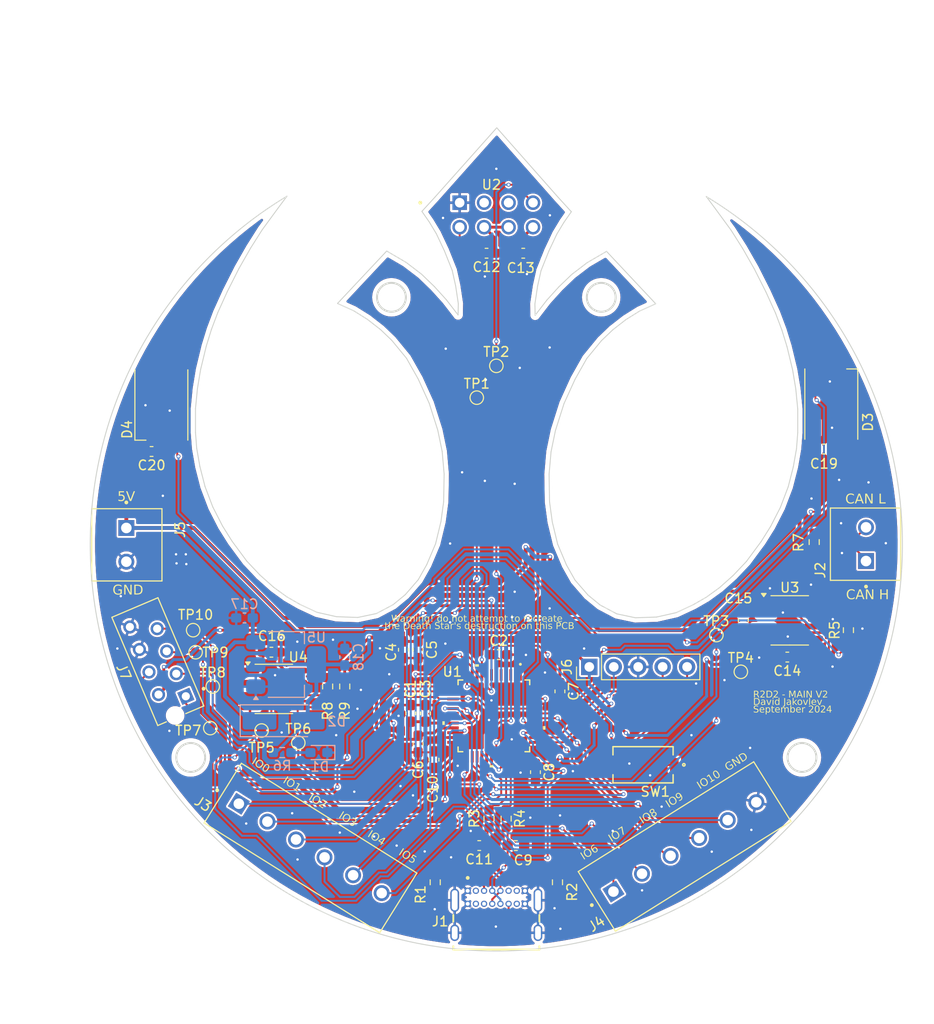
<source format=kicad_pcb>
(kicad_pcb (version 20240108) (generator "pcbnew") (generator_version "8.0")
  (layers (0 "F.Cu" signal) (31 "B.Cu" signal) (34 "B.Paste" user) (35 "F.Paste" user) (36 "B.SilkS" user "B.Silkscreen") (37 "F.SilkS" user "F.Silkscreen") (38 "B.Mask" user) (39 "F.Mask" user) (44 "Edge.Cuts" user))
  (net 0 "")
  (net 2 "GND")
  (net 3 "+3.3V")
  (net 4 "Net-(U1-PA8)")
  (net 7 "/Untitled Sheet/SPI_MOSI")
  (net 8 "/Untitled Sheet/SPI_SCK")
  (net 9 "NRST")
  (net 10 "DP")
  (net 12 "DN")
  (net 15 "/Untitled Sheet/SPI_NSS")
  (net 16 "Net-(J1-CC2)")
  (net 19 "Net-(J1-CC1)")
  (net 21 "/Untitled Sheet/SPI_MISO")
  (net 27 "Net-(U1-PA11)")
  (net 28 "Net-(U1-PA12)")
  (net 29 "UART_TX")
  (net 30 "UART_RX")
  (net 33 "CAN_MODE_SELECT")
  (net 34 "+5V")
  (net 35 "Net-(D1-A)")
  (net 36 "WS2812B")
  (net 37 "Net-(D3-DOUT)")
  (net 39 "Net-(U3-CANH)")
  (net 40 "Net-(U3-CANL)")
  (net 41 "IO1")
  (net 42 "IO5")
  (net 43 "IO2")
  (net 44 "IO4")
  (net 45 "IO3")
  (net 46 "IO0")
  (net 48 "IO7")
  (net 49 "IO10")
  (net 50 "IO8")
  (net 51 "IO9")
  (net 52 "IO6")
  (net 53 "SCL")
  (net 54 "SWCLK")
  (net 55 "SWDIO")
  (net 56 "CAN_RX")
  (net 58 "CAN_TX")
  (net 59 "SDA")
  (net 60 "Net-(U3-Rs)")
  (footprint "TestPoint:TestPoint_Pad_D1.0mm" (layer "F.Cu") (at 137.14224 83.96412)
    (property "Reference" "TP1")
    (property "Value" "TestPoint")
  )
  (footprint "PTS636:SW_PTS636_CNK" (layer "F.Cu") (at 154.41424 122.06412 180)
    (property "Reference" "SW1")
    (property "Value" "PTS636 SM50J SMTR LFS")
  )
  (footprint "TestPoint:TestPoint_Pad_D1.0mm" (layer "F.Cu") (at 162.03424 108.60212)
    (property "Reference" "TP3")
    (property "Value" "TestPoint")
  )
  (footprint "Resistor_SMD:R_0603_1608Metric_Pad0.98x0.95mm_HandSolder" (layer "F.Cu") (at 123.42624 113.93612 -90)
    (property "Reference" "R9")
    (property "Value" "10k")
  )
  (footprint "7-215079-8:TE_7-215079-8" (layer "F.Cu") (at 106.91624 114.95212 -67)
    (property "Reference" "J7")
    (property "Value" "7-215079-8")
  )
  (footprint "Capacitor_SMD:C_0603_1608Metric_Pad1.08x0.95mm_HandSolder" (layer "F.Cu") (at 130.28424 116.73012 90)
    (property "Reference" "C1")
    (property "Value" "1u")
  )
  (footprint "Resistor_SMD:R_0603_1608Metric_Pad0.98x0.95mm_HandSolder" (layer "F.Cu") (at 145.52424 134.25612 -90)
    (property "Reference" "R2")
    (property "Value" "5k1")
  )
  (footprint "Capacitor_SMD:C_0603_1608Metric_Pad1.08x0.95mm_HandSolder" (layer "F.Cu") (at 139.42824 110.63412)
    (property "Reference" "C2")
    (property "Value" "100n")
  )
  (footprint "Resistor_SMD:R_0603_1608Metric_Pad0.98x0.95mm_HandSolder" (layer "F.Cu") (at 138.41224 127.65212 -90)
    (property "Reference" "R3")
    (property "Value" "27")
  )
  (footprint "LED_SMD:LED_WS2812B_PLCC4_5.0x5.0mm_P3.2mm" (layer "F.Cu") (at 104.37624 84.72612 -90)
    (property "Reference" "D4")
    (property "Value" "WS2812B")
  )
  (footprint "TestPoint:TestPoint_Pad_D1.0mm" (layer "F.Cu") (at 164.57424 112.41212)
    (property "Reference" "TP4")
    (property "Value" "TestPoint")
  )
  (footprint "USB4085-GF-A_REVB:GCT_USB4085-GF-A_REVB" (layer "F.Cu") (at 139.174 139.5)
    (property "Reference" "J1")
    (property "Value" "USB4085-GF-A_REVB")
  )
  (footprint "Capacitor_SMD:C_0603_1608Metric_Pad1.08x0.95mm_HandSolder" (layer "F.Cu") (at 131.04624 110.12612 -90)
    (property "Reference" "C5")
    (property "Value" "1u")
  )
  (footprint "Resistor_SMD:R_0603_1608Metric_Pad0.98x0.95mm_HandSolder" (layer "F.Cu") (at 140.19024 127.65212 -90)
    (property "Reference" "R4")
    (property "Value" "27")
  )
  (footprint "Resistor_SMD:R_0603_1608Metric_Pad0.98x0.95mm_HandSolder" (layer "F.Cu") (at 172.19424 98.95012 -90)
    (property "Reference" "R7")
    (property "Value" "120")
  )
  (footprint "Capacitor_SMD:C_0603_1608Metric_Pad1.08x0.95mm_HandSolder" (layer "F.Cu") (at 131.04624 119.90512 -90)
    (property "Reference" "C6")
    (property "Value" "10n")
  )
  (footprint "Connector_PinHeader_2.54mm:PinHeader_1x05_P2.54mm_Vertical" (layer "F.Cu") (at 148.83124 111.90412 90)
    (property "Reference" "J6")
    (property "Value" "Conn_01x05_Pin")
  )
  (footprint "1751280:PHOENIX_1751280" (layer "F.Cu") (at 108.819518 128.098864 -32)
    (property "Reference" "J3")
    (property "Value" "1751280")
  )
  (footprint "LED_SMD:LED_WS2812B_PLCC4_5.0x5.0mm_P3.2mm" (layer "F.Cu") (at 173.97224 84.6328 90)
    (property "Reference" "D3")
    (property "Value" "WS2812B")
  )
  (footprint "TestPoint:TestPoint_Pad_D1.0mm" (layer "F.Cu") (at 118.60024 119.77812)
    (property "Reference" "TP6")
    (property "Value" "TestPoint")
  )
  (footprint "1751248:PHOENIX_1751248" (layer "F.Cu") (at 181.17824 102.92062 90)
    (property "Reference" "J2")
    (property "Value" "1751248")
  )
  (footprint "Capacitor_SMD:C_0603_1608Metric_Pad1.08x0.95mm_HandSolder" (layer "F.Cu") (at 129.52224 110.12612 -90)
    (property "Reference" "C4")
    (property "Value" "4.7u")
  )
  (footprint "footprints:LQFP48-7x7mm" (layer "F.Cu") (at 138.92024 116.98412 -90)
    (property "Reference" "U1")
    (property "Value" "STM32G473CBTx")
  )
  (footprint "TestPoint:TestPoint_Pad_D1.0mm" (layer "F.Cu") (at 109.45624 118.25412)
    (property "Reference" "TP7")
    (property "Value" "TestPoint")
  )
  (footprint "1751280:PHOENIX_1751280" (layer "F.Cu") (at 151.549928 139.33612 32)
    (property "Reference" "J4")
    (property "Value" "1751280")
  )
  (footprint "ESP-01:MODULE_ESP-01" (layer "F.Cu") (at 139.1742 55.372)
    (property "Reference" "U2")
    (property "Value" "ESP-01")
  )
  (footprint "Capacitor_SMD:C_0603_1608Metric_Pad1.08x0.95mm_HandSolder" (layer "F.Cu") (at 138.15824 68.97812 180)
    (property "Reference" "C12")
    (property "Value" "100n")
  )
  (footprint "Capacitor_SMD:C_0603_1608Metric_Pad1.08x0.95mm_HandSolder" (layer "F.Cu") (at 173.21024 89.29812)
    (property "Reference" "C19")
    (property "Value" "100n")
  )
  (footprint "Package_SO:SOIC-8_3.9x4.9mm_P1.27mm" (layer "F.Cu") (at 116.06024 114.19012)
    (property "Reference" "U4")
    (property "Value" "M24C02-WMN")
  )
  (footprint "1751248:PHOENIX_1751248" (layer "F.Cu") (at 97.1372 95.48762 -90)
    (property "Reference" "J5")
    (property "Value" "1751248")
  )
  (footprint "Resistor_SMD:R_0603_1608Metric_Pad0.98x0.95mm_HandSolder" (layer "F.Cu") (at 121.64824 113.93612 -90)
    (property "Reference" "R8")
    (property "Value" "10k")
  )
  (footprint "TestPoint:TestPoint_Pad_D1.0mm" (layer "F.Cu") (at 114.79024 118.50812)
    (property "Reference" "TP5")
    (property "Value" "TestPoint")
  )
  (footprint "Capacitor_SMD:C_0603_1608Metric_Pad1.08x0.95mm_HandSolder" (layer "F.Cu") (at 115.80624 110.38012 180)
    (property "Reference" "C16")
    (property "Value" "100n")
  )
  (footprint "Capacitor_SMD:C_0603_1608Metric_Pad1.08x0.95mm_HandSolder" (layer "F.Cu") (at 169.40024 110.88812 180)
    (property "Reference" "C14")
    (property "Value" "100n")
  )
  (footprint "Resistor_SMD:R_0603_1608Metric_Pad0.98x0.95mm_HandSolder" (layer "F.Cu") (at 175.75024 108.09412 90)
    (property "Reference" "R5")
    (property "Value" "0")
  )
  (footprint "Resistor_SMD:R_0603_1608Metric_Pad0.98x0.95mm_HandSolder" (layer "F.Cu") (at 132.82424 134.25612 -90)
    (property "Reference" "R1")
    (property "Value" "5k1")
  )
  (footprint "Capacitor_SMD:C_0603_1608Metric_Pad1.08x0.95mm_HandSolder" (layer "F.Cu") (at 137.39624 130.44612 180)
    (property "Reference" "C11")
    (property "Value" "47p")
  )
  (footprint "Capacitor_SMD:C_0603_1608Metric_Pad1.08x0.95mm_HandSolder" (layer "F.Cu") (at 131.80824 116.73012 90)
    (property "Reference" "C3")
    (property "Value" "100n")
  )
  (footprint "TestPoint:TestPoint_Pad_D1.0mm" (layer "F.Cu") (at 109.71024 113.93612)
    (property "Reference" "TP8")
    (property "Value" "TestPoint")
  )
  (footprint "TestPoint:TestPoint_Pad_D1.0mm" (layer "F.Cu") (at 139.17424 80.66212)
    (property "Reference" "TP2")
    (property "Value" "TestPoint")
  )
  (footprint "TestPoint:TestPoint_Pad_D1.0mm" (layer "F.Cu") (at 107.93224 110.38012)
    (property "Reference" "TP9")
    (property "Value" "TestPoint")
  )
  (footprint "Capacitor_SMD:C_0603_1608Metric_Pad1.08x0.95mm_HandSolder" (layer "F.Cu") (at 132.69724 121.53072 90)
    (property "Reference" "C10")
    (property "Value" "100n")
  )
  (footprint "Capacitor_SMD:C_0603_1608Metric_Pad1.08x0.95mm_HandSolder" (layer "F.Cu") (at 143.23824 122.82612 -90)
    (property "Reference" "C8")
    (property "Value" "100n")
  )
  (footprint "Package_SO:SOIC-8_3.9x4.9mm_P1.27mm" (layer "F.Cu") (at 169.654242 107.078119)
    (property "Reference" "U3")
    (property "Value" "SN65HVD230")
  )
  (footprint "Capacitor_SMD:C_0603_1608Metric_Pad1.08x0.95mm_HandSolder" (layer "F.Cu") (at 145.77824 114.44412 -90)
    (property "Reference" "C7")
    (property "Value" "100n")
  )
  (footprint "TestPoint:TestPoint_Pad_D1.0mm" (layer "F.Cu") (at 107.67824 108.09412)
    (property "Reference" "TP10")
    (property "Value" "TestPoint")
  )
  (footprint "Capacitor_SMD:C_0603_1608Metric_Pad1.08x0.95mm_HandSolder" (layer "F.Cu") (at 103.36024 89.55212 180)
    (property "Reference" "C20")
    (property "Value" "100n")
  )
  (footprint "Capacitor_SMD:C_0603_1608Metric_Pad1.08x0.95mm_HandSolder" (layer "F.Cu") (at 141.96824 68.97812)
    (property "Reference" "C13")
    (property "Value" "100n")
  )
  (footprint "Capacitor_SMD:C_0603_1608Metric_Pad1.08x0.95mm_HandSolder" (layer "F.Cu") (at 164.82824 107.07812 90)
    (property "Reference" "C15")
    (property "Value" "100n")
  )
  (footprint "Capacitor_SMD:C_0603_1608Metric_Pad1.08x0.95mm_HandSolder" (layer "F.Cu") (at 141.20624 130.44612)
    (property "Reference" "C9")
    (property "Value" "47p")
  )
  (footprint "Capacitor_SMD:C_0603_1608Metric_Pad1.08x0.95mm_HandSolder" (layer "B.Cu") (at 123.42624 110.88812 90)
    (property "Reference" "C18")
    (property "Value" "10u")
  )
  (footprint "LED_SMD:LED_0603_1608Metric_Pad1.05x0.95mm_HandSolder" (layer "B.Cu") (at 120.73574 120.79412 180)
    (property "Reference" "D1")
    (property "Value" "LED")
  )
  (footprint "Diode_SMD:D_SMA_Handsoldering" (layer "B.Cu") (at 117.07624 117.49212)
    (property "Reference" "D2")
    (property "Value" "1N4001")
  )
  (footprint "Resistor_SMD:R_0603_1608Metric_Pad0.98x0.95mm_HandSolder" (layer "B.Cu") (at 116.92574 120.79412)
    (property "Reference" "R6")
    (property "Value" "560")
  )
  (footprint "Package_TO_SOT_SMD:SOT-223-3_TabPin2" (layer "B.Cu") (at 117.33024 111.65012)
    (property "Reference" "U5")
    (property "Value" "LM1117MP-3.3")
  )
  (footprint "Capacitor_SMD:C_0603_1608Metric_Pad1.08x0.95mm_HandSolder" (layer "B.Cu") (at 113.01224 106.82412 180)
    (property "Reference" "C17")
    (property "Value" "10u")
  )
  (gr_line (start 108.122743 83.02432) (end 107.919543 85.10712) (stroke (width 0.1)) (layer "Edge.Cuts"))
  (gr_line (start 163.5506 66.5734) (end 164.7444 68.453) (stroke (width 0.1)) (layer "Edge.Cuts"))
  (gr_line (start 144.9832 96.8502) (end 144.7038 94.7928) (stroke (width 0.1)) (layer "Edge.Cuts"))
  (gr_line (start 148.5646 79.9084) (end 150.0886 78.0542) (stroke (width 0.1)) (layer "Edge.Cuts"))
  (gr_line (start 169.3672 78.6638) (end 169.9514 81.0768) (stroke (width 0.1)) (layer "Edge.Cuts"))
  (gr_line (start 124.785143 106.77332) (end 126.715543 106.36692) (stroke (width 0.1)) (layer "Edge.Cuts"))
  (gr_line (start 111.729543 98.87392) (end 113.253543 100.93132) (stroke (width 0.1)) (layer "Edge.Cuts"))
  (gr_circle (center 107.424242 121.302119) (end 108.924242 121.302119) (stroke (width 0.2)) (fill none) (layer "Edge.Cuts"))
  (gr_line (start 107.919543 87.57092) (end 108.046543 89.22192) (stroke (width 0.1)) (layer "Edge.Cuts"))
  (gr_line (start 157.861 106.2736) (end 155.829 106.7308) (stroke (width 0.1)) (layer "Edge.Cuts"))
  (gr_line (start 167.6654 97.3328) (end 166.6748 98.9076) (stroke (width 0.1)) (layer "Edge.Cuts"))
  (gr_line (start 116.047543 103.64912) (end 117.419143 104.63972) (stroke (width 0.1)) (layer "Edge.Cuts"))
  (gr_line (start 129.839743 79.87472) (end 128.315743 78.02052) (stroke (width 0.1)) (layer "Edge.Cuts"))
  (gr_line (start 170.4848 87.6046) (end 170.3578 89.2556) (stroke (width 0.1)) (layer "Edge.Cuts"))
  (gr_line (start 133.979943 73.80412) (end 135.199143 75.37892) (stroke (width 0.1)) (layer "Edge.Cuts"))
  (gr_line (start 128.315743 78.02052) (end 127.147343 76.90292) (stroke (width 0.1)) (layer "Edge.Cuts"))
  (gr_line (start 124.353343 74.94712) (end 122.778543 74.23592) (stroke (width 0.1)) (layer "Edge.Cuts"))
  (gr_line (start 159.6136 105.4608) (end 157.861 106.2736) (stroke (width 0.1)) (layer "Edge.Cuts"))
  (gr_line (start 131.058943 82.03372) (end 129.839743 79.87472) (stroke (width 0.1)) (layer "Edge.Cuts"))
  (gr_circle (center 170.924158 121.302119) (end 172.424158 121.302119) (stroke (width 0.2)) (fill none) (layer "Edge.Cuts"))
  (gr_line (start 127.147343 76.90292) (end 125.775743 75.83612) (stroke (width 0.1)) (layer "Edge.Cuts"))
  (gr_line (start 145.5928 63.1698) (end 139.2174 55.9562) (stroke (width 0.1)) (layer "Edge.Cuts"))
  (gr_line (start 109.570543 76.90292) (end 109.037143 78.63012) (stroke (width 0.1)) (layer "Edge.Cuts"))
  (gr_line (start 170.2816 83.058) (end 170.4848 85.1408) (stroke (width 0.1)) (layer "Edge.Cuts"))
  (gr_line (start 147.3454 102.8954) (end 146.4564 101.3206) (stroke (width 0.1)) (layer "Edge.Cuts"))
  (gr_circle (center 128.276242 73.550119) (end 129.776242 73.550119) (stroke (width 0.2)) (fill none) (layer "Edge.Cuts"))
  (gr_line (start 134.945143 72.35632) (end 134.589543 70.75612) (stroke (width 0.1)) (layer "Edge.Cuts"))
  (gr_line (start 110.738943 97.29912) (end 111.729543 98.87392) (stroke (width 0.1)) (layer "Edge.Cuts"))
  (gr_line (start 134.589543 70.75612) (end 133.776743 68.72412) (stroke (width 0.1)) (layer "Edge.Cuts"))
  (gr_line (start 133.421143 96.81652) (end 133.700543 94.75912) (stroke (width 0.1)) (layer "Edge.Cuts"))
  (gr_line (start 122.676943 74.18512) (end 127.782343 68.74952) (stroke (width 0.1)) (layer "Edge.Cuts"))
  (gr_line (start 165.1508 100.965) (end 163.7792 102.4128) (stroke (width 0.1)) (layer "Edge.Cuts"))
  (gr_line (start 168.1734 75.184) (end 168.8338 76.9366) (stroke (width 0.1)) (layer "Edge.Cuts"))
  (gr_line (start 164.7444 68.453) (end 165.9636 70.5866) (stroke (width 0.1)) (layer "Edge.Cuts"))
  (gr_line (start 114.625143 102.37912) (end 116.047543 103.64912) (stroke (width 0.1)) (layer "Edge.Cuts"))
  (gr_line (start 107.919543 85.10712) (end 107.919543 87.57092) (stroke (width 0.1)) (layer "Edge.Cuts"))
  (gr_line (start 122.575343 106.69712) (end 124.785143 106.77332) (stroke (width 0.1)) (layer "Edge.Cuts"))
  (gr_line (start 116.453943 64.35532) (end 114.853743 66.53972) (stroke (width 0.1)) (layer "Edge.Cuts"))
  (gr_line (start 135.199143 75.37892) (end 135.224543 74.21052) (stroke (width 0.1)) (layer "Edge.Cuts"))
  (gr_line (start 169.4942 93.218) (end 168.6814 95.3516) (stroke (width 0.1)) (layer "Edge.Cuts"))
  (gr_line (start 135.224543 74.21052) (end 134.945143 72.35632) (stroke (width 0.1)) (layer "Edge.Cuts"))
  (gr_line (start 162.3568 103.6828) (end 160.9852 104.6734) (stroke (width 0.1)) (layer "Edge.Cuts"))
  (gr_line (start 150.0886 78.0542) (end 151.257 76.9366) (stroke (width 0.1)) (layer "Edge.Cuts"))
  (gr_line (start 144.7038 94.7928) (end 144.653 91.9226) (stroke (width 0.1)) (layer "Edge.Cuts"))
  (gr_line (start 108.910143 93.18432) (end 109.722943 95.31792) (stroke (width 0.1)) (layer "Edge.Cuts"))
  (gr_line (start 131.947943 101.28692) (end 132.862343 99.12792) (stroke (width 0.1)) (layer "Edge.Cuts"))
  (gr_line (start 165.9636 70.5866) (end 167.1828 72.9996) (stroke (width 0.1)) (layer "Edge.Cuts"))
  (gr_line (start 132.201943 65.72692) (end 131.439943 64.63472) (stroke (width 0.1)) (layer "Edge.Cuts"))
  (gr_line (start 109.722943 95.31792) (end 110.738943 97.29912) (stroke (width 0.1)) (layer "Edge.Cuts"))
  (gr_line (start 148.6916 104.4448) (end 147.3454 102.8954) (stroke (width 0.1)) (layer "Edge.Cuts"))
  (gr_line (start 122.778543 74.23592) (end 122.676943 74.18512) (stroke (width 0.1)) (layer "Edge.Cuts"))
  (gr_line (start 145.3134 87.376) (end 146.2024 84.582) (stroke (width 0.1)) (layer "Edge.Cuts"))
  (gr_line (start 128.442743 105.45252) (end 129.712743 104.41112) (stroke (width 0.1)) (layer "Edge.Cuts"))
  (gr_line (start 108.376743 91.10152) (end 108.910143 93.18432) (stroke (width 0.1)) (layer "Edge.Cuts"))
  (gr_line (start 153.6192 106.807) (end 151.6888 106.4006) (stroke (width 0.1)) (layer "Edge.Cuts"))
  (gr_line (start 147.0152 71.1708) (end 145.669 72.4662) (stroke (width 0.1)) (layer "Edge.Cuts"))
  (gr_line (start 150.622 68.7832) (end 148.6154 69.9516) (stroke (width 0.1)) (layer "Edge.Cuts"))
  (gr_line (start 145.542 99.1616) (end 144.9832 96.8502) (stroke (width 0.1)) (layer "Edge.Cuts"))
  (gr_line (start 108.452943 81.04312) (end 108.122743 83.02432) (stroke (width 0.1)) (layer "Edge.Cuts"))
  (gr_line (start 143.8148 70.7898) (end 144.6276 68.7578) (stroke (width 0.1)) (layer "Edge.Cuts"))
  (gr_line (start 163.7792 102.4128) (end 162.3568 103.6828) (stroke (width 0.1)) (layer "Edge.Cuts"))
  (gr_line (start 147.3454 82.0674) (end 148.5646 79.9084) (stroke (width 0.1)) (layer "Edge.Cuts"))
  (gr_line (start 151.257 76.9366) (end 152.6286 75.8698) (stroke (width 0.1)) (layer "Edge.Cuts"))
  (gr_line (start 129.712743 104.41112) (end 131.058943 102.86172) (stroke (width 0.1)) (layer "Edge.Cuts"))
  (gr_line (start 131.389143 71.13712) (end 132.735343 72.43252) (stroke (width 0.1)) (layer "Edge.Cuts"))
  (gr_line (start 126.715543 106.36692) (end 128.442743 105.45252) (stroke (width 0.1)) (layer "Edge.Cuts"))
  (gr_line (start 117.419143 63.05992) (end 116.453943 64.35532) (stroke (width 0.1)) (layer "Edge.Cuts"))
  (gr_line (start 151.6888 106.4006) (end 149.9616 105.4862) (stroke (width 0.1)) (layer "Edge.Cuts"))
  (gr_line (start 129.788943 69.91792) (end 131.389143 71.13712) (stroke (width 0.1)) (layer "Edge.Cuts"))
  (gr_line (start 108.046543 89.22192) (end 108.376743 91.10152) (stroke (width 0.1)) (layer "Edge.Cuts"))
  (gr_line (start 145.4658 66.9798) (end 146.2024 65.7606) (stroke (width 0.1)) (layer "Edge.Cuts"))
  (gr_line (start 167.1828 72.9996) (end 168.1734 75.184) (stroke (width 0.1)) (layer "Edge.Cuts"))
  (gr_line (start 133.751343 91.88892) (end 133.548143 89.55212) (stroke (width 0.1)) (layer "Edge.Cuts"))
  (gr_line (start 152.6286 75.8698) (end 154.051 74.9808) (stroke (width 0.1)) (layer "Edge.Cuts"))
  (gr_line (start 132.201943 84.54832) (end 131.058943 82.03372) (stroke (width 0.1)) (layer "Edge.Cuts"))
  (gr_line (start 120.543343 106.23992) (end 122.575343 106.69712) (stroke (width 0.1)) (layer "Edge.Cuts"))
  (gr_line (start 133.090943 87.34232) (end 132.201943 84.54832) (stroke (width 0.1)) (layer "Edge.Cuts"))
  (gr_line (start 170.0276 91.1352) (end 169.4942 93.218) (stroke (width 0.1)) (layer "Edge.Cuts"))
  (gr_line (start 160.9852 63.0936) (end 161.9504 64.389) (stroke (width 0.1)) (layer "Edge.Cuts"))
  (gr_line (start 154.051 74.9808) (end 155.6258 74.2696) (stroke (width 0.1)) (layer "Edge.Cuts"))
  (gr_line (start 144.8562 89.5858) (end 145.3134 87.376) (stroke (width 0.1)) (layer "Edge.Cuts"))
  (gr_line (start 132.862343 99.12792) (end 133.421143 96.81652) (stroke (width 0.1)) (layer "Edge.Cuts"))
  (gr_line (start 117.419143 104.63972) (end 118.790743 105.42712) (stroke (width 0.1)) (layer "Edge.Cuts"))
  (gr_line (start 166.6748 98.9076) (end 165.1508 100.965) (stroke (width 0.1)) (layer "Edge.Cuts"))
  (gr_line (start 133.548143 89.55212) (end 133.090943 87.34232) (stroke (width 0.1)) (layer "Edge.Cuts"))
  (gr_line (start 168.8338 76.9366) (end 169.3672 78.6638) (stroke (width 0.1)) (layer "Edge.Cuts"))
  (gr_line (start 132.938543 66.94612) (end 132.201943 65.72692) (stroke (width 0.1)) (layer "Edge.Cuts"))
  (gr_line (start 131.058943 102.86172) (end 131.947943 101.28692) (stroke (width 0.1)) (layer "Edge.Cuts"))
  (gr_line (start 127.782343 68.74952) (end 129.788943 69.91792) (stroke (width 0.1)) (layer "Edge.Cuts"))
  (gr_line (start 168.6814 95.3516) (end 167.6654 97.3328) (stroke (width 0.1)) (layer "Edge.Cuts"))
  (gr_line (start 133.776743 68.72412) (end 132.938543 66.94612) (stroke (width 0.1)) (layer "Edge.Cuts"))
  (gr_line (start 149.9616 105.4862) (end 148.6916 104.4448) (stroke (width 0.1)) (layer "Edge.Cuts"))
  (gr_line (start 155.7274 74.2188) (end 150.622 68.7832) (stroke (width 0.1)) (layer "Edge.Cuts"))
  (gr_line (start 161.9504 64.389) (end 163.5506 66.5734) (stroke (width 0.1)) (layer "Edge.Cuts"))
  (gr_line (start 113.253543 100.93132) (end 114.625143 102.37912) (stroke (width 0.1)) (layer "Edge.Cuts"))
  (gr_line (start 132.811543 63.13612) (end 139.2174 55.9562) (stroke (width 0.1)) (layer "Edge.Cuts"))
  (gr_arc (start 160.9852 63.0936) (mid 139.141629 141.390449) (end 117.419142 63.05992) (stroke (width 0.1)) (layer "Edge.Cuts"))
  (gr_line (start 125.775743 75.83612) (end 124.353343 74.94712) (stroke (width 0.1)) (layer "Edge.Cuts"))
  (gr_line (start 155.6258 74.2696) (end 155.7274 74.2188) (stroke (width 0.1)) (layer "Edge.Cuts"))
  (gr_line (start 146.2024 65.7606) (end 146.9644 64.6684) (stroke (width 0.1)) (layer "Edge.Cuts"))
  (gr_line (start 143.1798 74.2442) (end 143.4592 72.39) (stroke (width 0.1)) (layer "Edge.Cuts"))
  (gr_circle (center 150.072158 73.550119) (end 151.572158 73.550119) (stroke (width 0.2)) (fill none) (layer "Edge.Cuts"))
  (gr_line (start 133.700543 94.75912) (end 133.751343 91.88892) (stroke (width 0.1)) (layer "Edge.Cuts"))
  (gr_line (start 146.4564 101.3206) (end 145.542 99.1616) (stroke (width 0.1)) (layer "Edge.Cuts"))
  (gr_line (start 146.2024 84.582) (end 147.3454 82.0674) (stroke (width 0.1)) (layer "Edge.Cuts"))
  (gr_line (start 169.9514 81.0768) (end 170.2816 83.058) (stroke (width 0.1)) (layer "Edge.Cuts"))
  (gr_line (start 110.230943 75.15032) (end 109.570543 76.90292) (stroke (width 0.1)) (layer "Edge.Cuts"))
  (gr_line (start 114.853743 66.53972) (end 113.659943 68.41932) (stroke (width 0.1)) (layer "Edge.Cuts"))
  (gr_line (start 109.037143 78.63012) (end 108.452943 81.04312) (stroke (width 0.1)) (layer "Edge.Cuts"))
  (gr_line (start 144.4244 73.8378) (end 143.2052 75.4126) (stroke (width 0.1)) (layer "Edge.Cuts"))
  (gr_line (start 112.440743 70.55292) (end 111.221543 72.96592) (stroke (width 0.1)) (layer "Edge.Cuts"))
  (gr_line (start 113.659943 68.41932) (end 112.440743 70.55292) (stroke (width 0.1)) (layer "Edge.Cuts"))
  (gr_line (start 170.3578 89.2556) (end 170.0276 91.1352) (stroke (width 0.1)) (layer "Edge.Cuts"))
  (gr_line (start 146.9644 64.6684) (end 145.5928 63.1698) (stroke (width 0.1)) (layer "Edge.Cuts"))
  (gr_line (start 131.439943 64.63472) (end 132.811543 63.13612) (stroke (width 0.1)) (layer "Edge.Cuts"))
  (gr_line (start 160.9852 104.6734) (end 159.6136 105.4608) (stroke (width 0.1)) (layer "Edge.Cuts"))
  (gr_line (start 145.669 72.4662) (end 144.4244 73.8378) (stroke (width 0.1)) (layer "Edge.Cuts"))
  (gr_line (start 148.6154 69.9516) (end 147.0152 71.1708) (stroke (width 0.1)) (layer "Edge.Cuts"))
  (gr_line (start 143.4592 72.39) (end 143.8148 70.7898) (stroke (width 0.1)) (layer "Edge.Cuts"))
  (gr_line (start 111.221543 72.96592) (end 110.230943 75.15032) (stroke (width 0.1)) (layer "Edge.Cuts"))
  (gr_line (start 144.653 91.9226) (end 144.8562 89.5858) (stroke (width 0.1)) (layer "Edge.Cuts"))
  (gr_line (start 143.2052 75.4126) (end 143.1798 74.2442) (stroke (width 0.1)) (layer "Edge.Cuts"))
  (gr_line (start 155.829 106.7308) (end 153.6192 106.807) (stroke (width 0.1)) (layer "Edge.Cuts"))
  (gr_line (start 132.735343 72.43252) (end 133.979943 73.80412) (stroke (width 0.1)) (layer "Edge.Cuts"))
  (gr_line (start 170.4848 85.1408) (end 170.4848 87.6046) (stroke (width 0.1)) (layer "Edge.Cuts"))
  (gr_line (start 144.6276 68.7578) (end 145.4658 66.9798) (stroke (width 0.1)) (layer "Edge.Cuts"))
  (gr_line (start 118.790743 105.42712) (end 120.543343 106.23992) (stroke (width 0.1)) (layer "Edge.Cuts"))
  (gr_text "Warning! do not attempt to recreate" (at 128.25224 107.33212 0) (layer "F.SilkS") (effects (font (size 0.7 0.7) (thickness 0.0875)) (justify left bottom)))
  (gr_text "IO2" (at 119.54004 125.74712 328) (layer "F.SilkS") (effects (font (size 0.8 0.8) (thickness 0.0875)) (justify left bottom)))
  (gr_text "IO1" (at 116.87304 123.99452 328) (layer "F.SilkS") (effects (font (size 0.8 0.8) (thickness 0.0875)) (justify left bottom)))
  (gr_text "CAN H" (at 175.49624 105.04612 0) (layer "F.SilkS") (effects (font (size 1 1) (thickness 0.0875)) (justify left bottom)))
  (gr_text "IO6" (at 148.29284 132.07172 32) (layer "F.SilkS") (effects (font (size 0.8 0.8) (thickness 0.0875)) (justify left bottom)))
  (gr_text "September 2024" (at 165.84424 116.75552 0) (layer "F.SilkS") (effects (font (size 0.7 0.7) (thickness 0.0875)) (justify left bottom)))
  (gr_text "R2D2 - MAIN V2" (at 165.84424 115.20612 0) (layer "F.SilkS") (effects (font (size 0.7 0.7) (thickness 0.0875)) (justify left bottom)))
  (gr_text "David Jakovlev" (at 165.84424 115.96812 0) (layer "F.SilkS") (effects (font (size 0.7 0.7) (thickness 0.0875)) (justify left bottom)))
  (gr_text "IO7" (at 151.18844 130.21752 32) (layer "F.SilkS") (effects (font (size 0.8 0.8) (thickness 0.0875)) (justify left bottom)))
  (gr_text "IO0" (at 113.62184 122.01332 328) (layer "F.SilkS") (effects (font (size 0.8 0.8) (thickness 0.0875)) (justify left bottom)))
  (gr_text "IO10" (at 160.38324 124.73112 32) (layer "F.SilkS") (effects (font (size 0.8 0.8) (thickness 0.0875)) (justify left bottom)))
  (gr_text "5V" (at 99.80424 94.86072 0) (layer "F.SilkS") (effects (font (size 1 1) (thickness 0.0875)) (justify left bottom)))
  (gr_text "CAN L" (at 175.42004 95.11472 0) (layer "F.SilkS") (effects (font (size 1 1) (thickness 0.0875)) (justify left bottom)))
  (gr_text "IO3" (at 122.66424 127.62672 328) (layer "F.SilkS") (effects (font (size 0.8 0.8) (thickness 0.0875)) (justify left bottom)))
  (gr_text "GND" (at 99.29624 104.56352 0) (layer "F.SilkS") (effects (font (size 1 1) (thickness 0.0875)) (justify left bottom)))
  (gr_text "IO9" (at 157.13204 126.66152 32) (layer "F.SilkS") (effects (font (size 0.8 0.8) (thickness 0.0875)) (justify left bottom)))
  (gr_text " the Death Star's destruction on this PCB" (at 127.23624 108.09412 0) (layer "F.SilkS") (effects (font (size 0.7 0.7) (thickness 0.0875)) (justify left bottom)))
  (gr_text "IO4" (at 125.66144 129.58252 328) (layer "F.SilkS") (effects (font (size 0.8 0.8) (thickness 0.0875)) (justify left bottom)))
  (gr_text "IO8" (at 154.41424 128.33792 32) (layer "F.SilkS") (effects (font (size 0.8 0.8) (thickness 0.0875)) (justify left bottom)))
  (gr_text "GND" (at 163.27884 122.85152 32) (layer "F.SilkS") (effects (font (size 0.8 0.8) (thickness 0.0875)) (justify left bottom)))
  (gr_text "IO5" (at 128.88724 131.46212 328) (layer "F.SilkS") (effects (font (size 0.8 0.8) (thickness 0.0875)) (justify left bottom)))
  (segment (start 132.59784 120.76762) (end 132.69724 120.66822) (width 0.2) (layer "F.Cu") (net 2))
  (segment (start 131.04624 120.76762) (end 132.59784 120.76762) (width 0.2) (layer "F.Cu") (net 2))
  (via (at 141.607066 80.874901) (size 0.4) (drill 0.25) (layers "F.Cu" "B.Cu") (net 2))
  (via (at 139.12344 138.85352) (size 0.4) (drill 0.25) (layers "F.Cu" "B.Cu") (net 2))
  (via (at 159.92604 113.63132) (size 0.4) (drill 0.25) (layers "F.Cu" "B.Cu") (net 2))
  (via (at 140.77444 119.42252) (size 0.4) (drill 0.25) (layers "F.Cu" "B.Cu") (net 2))
  (via (at 144.22884 112.48832) (size 0.4) (drill 0.25) (layers "F.Cu" "B.Cu") (net 2))
  (via (at 133.879253 109.491968) (size 0.4) (drill 0.25) (layers "F.Cu" "B.Cu") (net 2))
  (via (at 152.99184 121.93712) (size 0.4) (drill 0.25) (layers "F.Cu" "B.Cu") (net 2))
  (via (at 145.21944 136.94852) (size 0.4) (drill 0.25) (layers "F.Cu" "B.Cu") (net 2))
  (via (at 174.12464 106.95112) (size 0.4) (drill 0.25) (layers "F.Cu" "B.Cu") (net 2))
  (via (at 105.23984 85.31032) (size 0.4) (drill 0.25) (layers "F.Cu" "B.Cu") (net 2))
  (via (at 147.04824 114.69812) (size 0.4) (drill 0.25) (layers "F.Cu" "B.Cu") (net 2))
  (via (at 126.47424 129.50632) (size 0.4) (drill 0.25) (layers "F.Cu" "B.Cu") (net 2))
  (via (at 175.079452 100.089349) (size 0.4) (drill 0.25) (layers "F.Cu" "B.Cu") (net 2))
  (via (at 106.96704 101.23612) (size 0.4) (drill 0.25) (layers "F.Cu" "B.Cu") (net 2))
  (via (at 131.73204 131.05572) (size 0.4) (drill 0.25) (layers "F.Cu" "B.Cu") (net 2))
  (via (at 102.72524 84.75152) (size 0.4) (drill 0.25) (layers "F.Cu" "B.Cu") (net 2))
  (via (at 105.90024 100.22012) (size 0.4) (drill 0.25) (layers "F.Cu" "B.Cu") (net 2))
  (via (at 118.49864 109.28792) (size 0.4) (drill 0.25) (layers "F.Cu" "B.Cu") (net 2))
  (via (at 100.15984 104.56352) (size 0.4) (drill 0.25) (layers "F.Cu" "B.Cu") (net 2))
  (via (at 145.79068 127.321452) (size 0.4) (drill 0.25) (layers "F.Cu" "B.Cu") (net 2))
  (via (at 128.04904 112.66612) (size 0.4) (drill 0.25) (layers "F.Cu" "B.Cu") (net 2))
  (via (at 135.16104 122.16572) (size 0.4) (drill 0.25) (layers "F.Cu" "B.Cu") (net 2))
  (via (at 154.31264 135.09432) (size 0.4) (drill 0.25) (layers "F.Cu" "B.Cu") (net 2))
  (via (at 174.04844 87.08832) (size 0.4) (drill 0.25) (layers "F.Cu" "B.Cu") (net 2))
  (via (at 106.91624 100.22012) (size 0.4) (drill 0.25) (layers "F.Cu" "B.Cu") (net 2))
  (via (at 116.18724 112.76772) (size 0.4) (drill 0.25) (layers "F.Cu" "B.Cu") (net 2))
  (via (at 171.913716 94.431874) (size 0.4) (drill 0.25) (layers "F.Cu" "B.Cu") (net 2))
  (via (at 134.37364 99.10252) (size 0.4) (drill 0.25) (layers "F.Cu" "B.Cu") (net 2))
  (via (at 129.01424 116.98412) (size 0.4) (drill 0.25) (layers "F.Cu" "B.Cu") (net 2))
  (via (at 124.74704 116.24752) (size 0.4) (drill 0.25) (layers "F.Cu" "B.Cu") (net 2))
  (via (at 138.41224 117.41592) (size 0.4) (drill 0.25) (layers "F.Cu" "B.Cu") (net 2))
  (via (at 104.52864 94.14952) (size 0.4) (drill 0.25) (layers "F.Cu" "B.Cu") (net 2))
  (via (at 134.47524 131.66532) (size 0.4) (drill 0.25) (layers "F.Cu" "B.Cu") (net 2))
  (via (at 134.37364 112.43752) (size 0.4) (drill 0.25) (layers "F.Cu" "B.Cu") (net 2))
  (via (at 147.12444 122.72452) (size 0.4) (drill 0.25) (layers "F.Cu" "B.Cu") (net 2))
  (via (at 162.87244 113.27572) (size 0.4) (drill 0.25) (layers "F.Cu" "B.Cu") (net 2))
  (via (at 133.222207 103.012329) (size 0.4) (drill 0.25) (layers "F.Cu" "B.Cu") (net 2))
  (via (at 177.203558 107.932204) (size 0.4) (drill 0.25) (layers "F.Cu" "B.Cu") (net 2))
  (via (at 130.51284 125.23912) (size 0.4) (drill 0.25) (layers "F.Cu" "B.Cu") (net 2))
  (via (at 161.55164 131.08112) (size 0.4) (drill 0.25) (layers "F.Cu" "B.Cu") (net 2))
  (via (at 159.44344 118.99072) (size 0.4) (drill 0.25) (layers "F.Cu" "B.Cu") (net 2))
  (via (at 105.20995 118.54243) (size 0.4) (drill 0.25) (layers "F.Cu" "B.Cu") (net 2))
  (via (at 177.836705 92.757097) (size 0.4) (drill 0.25) (layers "F.Cu" "B.Cu") (net 2))
  (via (at 129.21744 124.27392) (size 0.4) (drill 0.25) (layers "F.Cu" "B.Cu") (net 2))
  (via (at 139.17424 60.21512) (size 0.4) (drill 0.25) (layers "F.Cu" "B.Cu") (net 2))
  (via (at 138.66624 115.38392) (size 0.4) (drill 0.25) (layers "F.Cu" "B.Cu") (net 2))
  (via (at 142.34924 71.13712) (size 0.4) (drill 0.25) (layers "F.Cu" "B.Cu") (net 2))
  (via (at 144.71144 105.83352) (size 0.4) (drill 0.25) (layers "F.Cu" "B.Cu") (net 2))
  (via (at 174.099095 111.874055) (size 0.4) (drill 0.25) (layers "F.Cu" "B.Cu") (net 2))
  (via (at 173.81984 82.28772) (size 0.4) (drill 0.25) (layers "F.Cu" "B.Cu") (net 2))
  (via (at 132.77344 137.05012) (size 0.4) (drill 0.25) (layers "F.Cu" "B.Cu") (net 2))
  (via (at 166.47924 110.93892) (size 0.4) (drill 0.25) (layers "F.Cu" "B.Cu") (net 2))
  (via (at 141.07924 92.90492) (size 0.4) (drill 0.25) (layers "F.Cu" "B.Cu") (net 2))
  (via (at 118.52404 131.89392) (size 0.4) (drill 0.25) (layers "F.Cu" "B.Cu") (net 2))
  (via (at 179.634026 99.068144) (size 0.4) (drill 0.25) (layers "F.Cu" "B.Cu") (net 2))
  (via (at 137.98044 71.39112) (size 0.4) (drill 0.25) (layers "F.Cu" "B.Cu") (net 2))
  (via (at 138.08204 82.10992) (size 0.4) (drill 0.25) (layers "F.Cu" "B.Cu") (net 2))
  (via (at 141.07924 104.10632) (size 0.4) (drill 0.25) (layers "F.Cu" "B.Cu") (net 2))
  (via (at 155.15084 123.15632) (size 0.4) (drill 0.25) (layers "F.Cu" "B.Cu") (net 2))
  (via (at 174.78504 92.49852) (size 0.4) (drill 0.25) (layers "F.Cu" "B.Cu") (net 2))
  (via (at 156.34464 126.40752) (size 0.4) (drill 0.25) (layers "F.Cu" "B.Cu") (net 2))
  (via (at 105.95104 101.15992) (size 0.4) (drill 0.25) (layers "F.Cu" "B.Cu") (net 2))
  (via (at 124.41684 124.85812) (size 0.4) (drill 0.25) (layers "F.Cu" "B.Cu") (net 2))
  (via (at 122.53724 118.99072) (size 0.4) (drill 0.25) (layers "F.Cu" "B.Cu") (net 2))
  (via (at 148.29284 109.99912) (size 0.4) (drill 0.25) (layers "F.Cu" "B.Cu") (net 2))
  (via (at 116.87304 118.71132) (size 0.4) (drill 0.25) (layers "F.Cu" "B.Cu") (net 2))
  (via (at 137.98044 92.60012) (size 0.4) (drill 0.25) (layers "F.Cu" "B.Cu") (net 2))
  (via (at 133.635215 65.313832) (size 0.4) (drill 0.25) (layers "F.Cu" "B.Cu") (net 2))
  (via (at 122.20704 109.08472) (size 0.4) (drill 0.25) (layers "F.Cu" "B.Cu") (net 2))
  (via (at 144.71144 78.75712) (size 0.4) (drill 0.25) (layers "F.Cu" "B.Cu") (net 2))
  (via (at 142.24764 110.65952) (size 0.4) (drill 0.25) (layers "F.Cu" "B.Cu") (net 2))
  (via (at 136.512994 128.930148) (size 0.4) (drill 0.25) (layers "F.Cu" "B.Cu") (net 2))
  (via (at 127.08384 109.97372) (size 0.4) (drill 0.25) (layers "F.Cu" "B.Cu") (net 2))
  (via (at 168.94304 106.26532) (size 0.4) (drill 0.25) (layers "F.Cu" "B.Cu") (net 2))
  (via (at 125.10264 114.29172) (size 0.4) (drill 0.25) (layers "F.Cu" "B.Cu") (net 2))
  (via (at 174.98824 96.99432) (size 0.4) (drill 0.25) (layers "F.Cu" "B.Cu") (net 2))
  (via (at 142.70484 127.55052) (size 0.4) (drill 0.25) (layers "F.Cu" "B.Cu") (net 2))
  (via (at 113.19004 128.16012) (size 0.4) (drill 0.25) (layers "F.Cu" "B.Cu") (net 2))
  (via (at 145.82904 139.08212) (size 0.4) (drill 0.25) (layers "F.Cu" "B.Cu") (net 2))
  (via (at 117.96524 127.09332) (size 0.4) (drill 0.25) (layers "F.Cu" "B.Cu") (net 2))
  (via (at 165.66644 128.82052) (size 0.4) (drill 0.25) (layers "F.Cu" "B.Cu") (net 2))
  (via (at 128.817193 130.449701) (size 0.4) (drill 0.25) (layers "F.Cu" "B.Cu") (net 2))
  (via (at 99.80424 109.99912) (size 0.4) (drill 0.25) (layers "F.Cu" "B.Cu") (net 2))
  (via (at 144.73684 65.04112) (size 0.4) (drill 0.25) (layers "F.Cu" "B.Cu") (net 2))
  (via (at 141.68884 122.87692) (size 0.4) (drill 0.25) (layers "F.Cu" "B.Cu") (net 2))
  (via (at 167.59684 103.75072) (size 0.4) (drill 0.25) (layers "F.Cu" "B.Cu") (net 2))
  (via (at 134.37364 107.28132) (size 0.4) (drill 0.25) (layers "F.Cu" "B.Cu") (net 2))
  (via (at 151.26464 128.92212) (size 0.4) (drill 0.25) (layers "F.Cu" "B.Cu") (net 2))
  (via (at 169.45104 108.75452) (size 0.4) (drill 0.25) (layers "F.Cu" "B.Cu") (net 2))
  (via (at 165.53944 120.31152) (size 0.4) (drill 0.25) (layers "F.Cu" "B.Cu") (net 2))
  (via (at 122.910543 129.10171) (size 0.4) (drill 0.25) (layers "F.Cu" "B.Cu") (net 2))
  (via (at 140.79984 106.74792) (size 0.4) (drill 0.25) (layers "F.Cu" "B.Cu") (net 2))
  (via (at 135.61824 91.71112) (size 0.4) (drill 0.25) (layers "F.Cu" "B.Cu") (net 2))
  (via (at 133.91644 78.88412) (size 0.4) (drill 0.25) (layers "F.Cu" "B.Cu") (net 2))
  (via (at 171.86404 103.36972) (size 0.4) (drill 0.25) (layers "F.Cu" "B.Cu") (net 2))
  (segment (start 142.22224 105.55412) (end 143.49224 104.28412) (width 0.3) (layer "F.Cu") (net 3))
  (segment (start 131.04624 119.42362) (end 130.28424 119.42362) (width 0.3) (layer "F.Cu") (net 3))
  (segment (start 132.69724 122.39322) (end 129.85134 122.39322) (width 0.3) (layer "F.Cu") (net 3))
  (segment (start 130.28424 119.42362) (end 128.91374 119.42362) (width 0.3) (layer "F.Cu") (net 3))
  (segment (start 144.90674 113.58162) (end 144.25424 114.23412) (width 0.3) (layer "F.Cu") (net 3))
  (segment (start 147.81524 110.88812) (end 148.83124 111.90412) (width 0.3) (layer "F.Cu") (net 3))
  (segment (start 141.10574 78.52962) (end 141.10574 68.97812) (width 0.3) (layer "F.Cu") (net 3))
  (segment (start 165.48974 107.94062) (end 165.84424 107.58612) (width 0.3) (layer "F.Cu") (net 3))
  (segment (start 139.02074 68.97812) (end 139.02074 67.38854) (width 0.3) (layer "F.Cu") (net 3))
  (segment (start 167.052243 107.58612) (end 167.179242 107.713119) (width 0.3) (layer "F.Cu") (net 3))
  (segment (start 141.67024 121.66452) (end 141.67024 121.234119) (width 0.2) (layer "F.Cu") (net 3))
  (segment (start 141.10574 68.97812) (end 139.02074 68.97812) (width 0.3) (layer "F.Cu") (net 3))
  (segment (start 130.03024 117.84662) (end 130.03024 119.42362) (width 0.3) (layer "F.Cu") (net 3))
  (segment (start 129.52224 109.26362) (end 131.04624 109.26362) (width 0.3) (layer "F.Cu") (net 3))
  (segment (start 129.85134 122.39322) (end 128.91374 121.45562) (width 0.3) (layer "F.Cu") (net 3))
  (segment (start 126.72824 112.05762) (end 129.52224 109.26362) (width 0.3) (layer "F.Cu") (net 3))
  (segment (start 130.28424 117.59262) (end 131.80824 117.59262) (width 0.3) (layer "F.Cu") (net 3))
  (segment (start 149.33424 118.00012) (end 150.60424 116.73012) (width 0.3) (layer "F.Cu") (net 3))
  (segment (start 163.55824 110.38012) (end 163.55824 108.85612) (width 0.3) (layer "F.Cu") (net 3))
  (segment (start 133.873341 118.23412) (end 134.670241 118.23412) (width 0.3) (layer "F.Cu") (net 3))
  (segment (start 127.23624 108.85612) (end 125.96624 108.85612) (width 0.4) (layer "F.Cu") (net 3))
  (segment (start 104.08193 114.775536) (end 104.63024 114.227226) (width 0.3) (layer "F.Cu") (net 3))
  (segment (start 164.47374 107.94062) (end 164.82824 107.94062) (width 0.3) (layer "F.Cu") (net 3))
  (segment (start 128.25224 107.84012) (end 129.01424 107.84012) (width 0.4) (layer "F.Cu") (net 3))
  (segment (start 131.04624 119.42362) (end 131.70774 118.76212) (width 0.3) (layer "F.Cu") (net 3))
  (segment (start 128.25224 107.84012) (end 127.23624 108.85612) (width 0.4) (layer "F.Cu") (net 3))
  (segment (start 145.77824 110.88812) (end 147.81524 110.88812) (width 0.3) (layer "F.Cu") (net 3))
  (segment (start 127.49024 119.01612) (end 126.72824 118.25412) (width 0.3) (layer "F.Cu") (net 3))
  (segment (start 145.77824 110.88812) (end 145.77824 109.87212) (width 0.3) (layer "F.Cu") (net 3))
  (segment (start 141.10574 68.15046) (end 142.9842 66.272) (width 0.3) (layer "F.Cu") (net 3))
  (segment (start 132.69724 122.39322) (end 133.51114 122.39322) (width 0.3) (layer "F.Cu") (net 3))
  (segment (start 131.80824 117.59262) (end 131.949741 117.734121) (width 0.2) (layer "F.Cu") (net 3))
  (segment (start 144.25424 108.34812) (end 131.96174 108.34812) (width 0.3) (layer "F.Cu") (net 3))
  (segment (start 134.60224 119.802121) (end 134.66784 119.736521) (width 0.3) (layer "F.Cu") (net 3))
  (segment (start 129.52224 108.34812) (end 129.52224 109.26362) (width 0.3) (layer "F.Cu") (net 3))
  (segment (start 141.10574 68.97812) (end 141.10574 68.15046) (width 0.3) (layer "F.Cu") (net 3))
  (segment (start 145.77824 113.58162) (end 144.90674 113.58162) (width 0.3) (layer "F.Cu") (net 3))
  (segment (start 128.50624 119.01612) (end 127.49024 119.01612) (width 0.3) (layer "F.Cu") (net 3))
  (segment (start 133.853341 118.25412) (end 133.873341 118.23412) (width 0.2) (layer "F.Cu") (net 3))
  (segment (start 133.51114 122.39322) (end 134.60224 121.30212) (width 0.3) (layer "F.Cu") (net 3))
  (segment (start 134.60224 121.30212) (end 134.60224 119.802121) (width 0.3) (layer "F.Cu") (net 3))
  (segment (start 120.90974 112.28512) (end 121.64824 113.02362) (width 0.3) (layer "F.Cu") (net 3))
  (segment (start 145.77824 113.58162) (end 145.77824 110.88812) (width 0.3) (layer "F.Cu") (net 3))
  (segment (start 132.227739 117.734121) (end 132.21574 117.74612) (width 0.3) (layer "F.Cu") (net 3))
  (segment (start 143.23824 121.96362) (end 144.76224 121.96362) (width 0.3) (layer "F.Cu") (net 3))
  (segment (start 134.315741 117.734121) (end 132.227739 117.734121) (width 0.3) (layer "F.Cu") (net 3))
  (segment (start 117.20324 112.28512) (end 118.53524 112.28512) (width 0.3) (layer "F.Cu") (net 3))
  (segment (start 163.55824 108.85612) (end 164.47374 107.94062) (width 0.3) (layer "F.Cu") (net 3))
  (segment (start 129.01424 107.84012) (end 129.52224 108.34812) (width 0.3) (layer "F.Cu") (net 3))
  (segment (start 165.84424 107.58612) (end 167.052243 107.58612) (width 0.3) (layer "F.Cu") (net 3))
  (segment (start 128.91374 121.45562) (end 128.91374 119.42362) (width 0.3) (layer "F.Cu") (net 3))
  (segment (start 134.66784 119.736521) (end 134.670241 119.736521) (width 0.3) (layer "F.Cu") (net 3))
  (segment (start 145.11674 121.96362) (end 145.77824 121.30212) (width 0.3) (layer "F.Cu") (net 3))
  (segment (start 129.01424 107.84012) (end 131.30024 105.55412) (width 0.3) (layer "F.Cu") (net 3))
  (segment (start 161.01824 111.14212) (end 161.52624 111.65012) (width 0.3) (layer "F.Cu") (net 3))
  (segment (start 141.96934 121.96362) (end 141.67024 121.66452) (width 0.3) (layer "F.Cu") (net 3))
  (segment (start 137.9042 66.272) (end 140.4442 66.272) (width 0.3) (layer "F.Cu") (net 3))
  (segment (start 133.23064 118.25412) (end 133.853341 118.25412) (width 0.3) (layer "F.Cu") (net 3))
  (segment (start 132.72264 118.76212) (end 133.23064 118.25412) (width 0.3) (layer "F.Cu") (net 3))
  (segment (start 164.82824 107.94062) (end 165.48974 107.94062) (width 0.3) (layer "F.Cu") (net 3))
  (segment (start 118.53524 112.28512) (end 120.90974 112.28512) (width 0.3) (layer "F.Cu") (net 3))
  (segment (start 128.91374 119.42362) (end 128.50624 119.01612) (width 0.3) (layer "F.Cu") (net 3))
  (segment (start 150.60424 116.73012) (end 152.63624 118.76212) (width 0.3) (layer "F.Cu") (net 3))
  (segment (start 143.23824 121.96362) (end 141.96934 121.96362) (width 0.3) (layer "F.Cu") (net 3))
  (segment (start 116.66874 110.38012) (end 116.66874 111.75062) (width 0.3) (layer "F.Cu") (net 3))
  (segment (start 143.49224 80.91612) (end 141.10574 78.52962) (width 0.3) (layer "F.Cu") (net 3))
  (segment (start 145.77824 109.87212) (end 144.25424 108.34812) (width 0.3) (layer "F.Cu") (net 3))
  (segment (start 123.42624 113.02362) (end 123.42624 111.39612) (width 0.3) (layer "F.Cu") (net 3))
  (segment (start 110.47224 108.09412) (end 116.06024 108.09412) (width 0.3) (layer "F.Cu") (net 3))
  (segment (start 144.25424 114.23412) (end 143.170239 114.23412) (width 0.3) (layer "F.Cu") (net 3))
  (segment (start 144.76224 121.96362) (end 145.11674 121.96362) (width 0.3) (layer "F.Cu") (net 3))
  (segment (start 116.06024 108.09412) (end 116.82224 108.85612) (width 0.3) (layer "F.Cu") (net 3))
  (segment (start 123.42624 111.39612) (end 125.96624 108.85612) (width 0.3) (layer "F.Cu") (net 3))
  (segment (start 143.49224 104.28412) (end 143.49224 80.91612) (width 0.3) (layer "F.Cu") (net 3))
  (segment (start 139.02074 67.38854) (end 137.9042 66.272) (width 0.3) (layer "F.Cu") (net 3))
  (segment (start 161.52624 111.65012) (end 162.28824 111.65012) (width 0.3) (layer "F.Cu") (net 3))
  (segment (start 132.21574 117.74612) (end 132.06224 117.59262) (width 0.3) (layer "F.Cu") (net 3))
  (segment (start 131.70774 118.76212) (end 132.72264 118.76212) (width 0.3) (layer "F.Cu") (net 3))
  (segment (start 131.30024 105.55412) (end 142.22224 105.55412) (width 0.3) (layer "F.Cu") (net 3))
  (segment (start 116.66874 111.75062) (end 117.20324 112.28512) (width 0.3) (layer "F.Cu") (net 3))
  (segment (start 130.28424 117.59262) (end 130.03024 117.84662) (width 0.3) (layer "F.Cu") (net 3))
  (segment (start 162.28824 111.65012) (end 163.55824 110.38012) (width 0.3) (layer "F.Cu") (net 3))
  (segment (start 150.60424 116.22212) (end 151.11224 115.71412) (width 0.3) (layer "F.Cu") (net 3))
  (segment (start 131.96174 108.34812) (end 131.04624 109.26362) (width 0.3) (layer "F.Cu") (net 3))
  (segment (start 104.63024 114.227226) (end 104.63024 111.90412) (width 0.3) (layer "F.Cu") (net 3))
  (segment (start 126.72824 118.25412) (end 126.72824 112.05762) (width 0.3) (layer "F.Cu") (net 3))
  (segment (start 121.64824 113.02362) (end 123.42624 113.02362) (width 0.3) (layer "F.Cu") (net 3))
  (segment (start 150.60424 116.22212) (end 150.60424 116.73012) (width 0.3) (layer "F.Cu") (net 3))
  (via (at 151.11224 115.71412) (size 0.4) (drill 0.25) (layers "F.Cu" "B.Cu") (net 3))
  (via (at 149.33424 118.00012) (size 0.4) (drill 0.25) (layers "F.Cu" "B.Cu") (net 3))
  (via (at 161.01824 111.14212) (size 0.4) (drill 0.25) (layers "F.Cu" "B.Cu") (net 3))
  (via (at 152.63624 118.76212) (size 0.4) (drill 0.25) (layers "F.Cu" "B.Cu") (net 3))
  (via (at 125.96624 108.85612) (size 0.4) (drill 0.25) (layers "F.Cu" "B.Cu") (net 3))
  (via (at 116.82224 108.85612) (size 0.4) (drill 0.25) (layers "F.Cu" "B.Cu") (net 3))
  (via (at 104.63024 111.90412) (size 0.4) (drill 0.25) (layers "F.Cu" "B.Cu") (net 3))
  (via (at 110.47224 108.09412) (size 0.4) (drill 0.25) (layers "F.Cu" "B.Cu") (net 3))
  (via (at 145.77824 121.30212) (size 0.4) (drill 0.25) (layers "F.Cu" "B.Cu") (net 3))
  (segment (start 149.33424 120.03212) (end 149.33424 118.00012) (width 0.3) (layer "B.Cu") (net 3))
  (segment (start 125.96624 110.38012) (end 125.96624 108.85612) (width 0.4) (layer "B.Cu") (net 3))
  (segment (start 151.11224 115.71412) (end 150.856564 115.71412) (width 0.3) (layer "B.Cu") (net 3))
  (segment (start 161.01824 114.95212) (end 161.01824 111.14212) (width 0.3) (layer "B.Cu") (net 3))
  (segment (start 152.63624 118.76212) (end 152.89024 119.01612) (width 0.3) (layer "B.Cu") (net 3))
  (segment (start 116.82224 111.65012) (end 114.18024 111.65012) (width 0.4) (layer "B.Cu") (net 3))
  (segment (start 124.59574 111.75062) (end 125.71224 110.63412) (width 0.4) (layer "B.Cu") (net 3))
  (segment (start 105.64624 111.14212) (end 106.91624 111.14212) (width 0.3) (layer "B.Cu") (net 3))
  (segment (start 104.88424 111.90412) (end 105.64624 111.14212) (width 0.3) (layer "B.Cu") (net 3))
  (segment (start 125.71224 110.63412) (end 125.96624 110.38012) (width 0.4) (layer "B.Cu") (net 3))
  (segment (start 146.15924 121.68312) (end 147.68324 121.68312) (width 0.3) (layer "B.Cu") (net 3))
  (segment (start 148.83124 113.688796) (end 148.83124 111.90412) (width 0.3) (layer "B.Cu") (net 3))
  (segment (start 152.89024 119.01612) (end 156.95424 119.01612) (width 0.3) (layer "B.Cu") (net 3))
  (segment (start 116.27424 120.79412) (end 119.57624 117.49212) (width 0.3) (layer "B.Cu") (net 3))
  (segment (start 106.91624 111.14212) (end 109.96424 108.09412) (width 0.3) (layer "B.Cu") (net 3))
  (segment (start 147.68324 121.68312) (end 149.33424 120.03212) (width 0.3) (layer "B.Cu") (net 3))
  (segment (start 104.63024 111.90412) (end 104.88424 111.90412) (width 0.3) (layer "B.Cu") (net 3))
  (segment (start 145.77824 121.30212) (end 146.15924 121.68312) (width 0.3) (layer "B.Cu") (net 3))
  (segment (start 150.856564 115.71412) (end 148.83124 113.688796) (width 0.3) (layer "B.Cu") (net 3))
  (segment (start 119.57624 115.50012) (end 120.48024 114.59612) (width 0.4) (layer "B.Cu") (net 3))
  (segment (start 156.95424 119.01612) (end 161.01824 114.95212) (width 0.3) (layer "B.Cu") (net 3))
  (segment (start 116.82224 108.85612) (end 116.82224 111.65012) (width 0.3) (layer "B.Cu") (net 3))
  (segment (start 120.48024 114.59612) (end 120.48024 111.65012) (width 0.4) (layer "B.Cu") (net 3))
  (segment (start 123.32574 111.65012) (end 123.42624 111.75062) (width 0.4) (layer "B.Cu") (net 3))
  (segment (start 120.48024 111.65012) (end 123.32574 111.65012) (width 0.4) (layer "B.Cu") (net 3))
  (segment (start 109.96424 108.09412) (end 110.47224 108.09412) (width 0.3) (layer "B.Cu") (net 3))
  (segment (start 123.42624 111.75062) (end 124.59574 111.75062) (width 0.4) (layer "B.Cu") (net 3))
  (segment (start 120.48024 111.65012) (end 116.82224 111.65012) (width 0.4) (layer "B.Cu") (net 3))
  (segment (start 119.57624 117.49212) (end 119.57624 115.50012) (width 0.4) (layer "B.Cu") (net 3))
  (segment (start 105.321804 120.139484) (end 105.321804 122.18062) (width 0.2) (layer "F.Cu") (net 4))
  (segment (start 105.321804 122.18062) (end 107.745304 124.60412) (width 0.2) (layer "F.Cu") (net 4))
  (segment (start 107.745304 124.60412) (end 118.34624 124.60412) (width 0.2) (layer "F.Cu") (net 4))
  (segment (start 118.34624 124.60412) (end 122.15624 128.41412) (width 0.2) (layer "F.Cu") (net 4))
  (segment (start 138.67024 122.56812) (end 138.67024 121.234119) (width 0.2) (layer "F.Cu") (net 4))
  (segment (start 102.47124 113.055683) (end 102.47124 117.28892) (width 0.2) (layer "F.Cu") (net 4))
  (segment (start 138.66624 122.57212) (end 138.67024 122.56812) (width 0.2) (layer "F.Cu") (net 4))
  (segment (start 103.089471 112.437452) (end 102.47124 113.055683) (width 0.2) (layer "F.Cu") (net 4))
  (segment (start 122.15624 128.41412) (end 135.167926 128.41412) (width 0.2) (layer "F.Cu") (net 4))
  (segment (start 137.961926 125.62012) (end 139.17424 125.62012) (width 0.2) (layer "F.Cu") (net 4))
  (segment (start 135.167926 128.41412) (end 137.961926 125.62012) (width 0.2) (layer "F.Cu") (net 4))
  (segment (start 139.17424 125.62012) (end 139.68224 125.11212) (width 0.2) (layer "F.Cu") (net 4))
  (segment (start 139.68224 123.58812) (end 138.66624 122.57212) (width 0.2) (layer "F.Cu") (net 4))
  (segment (start 102.47124 117.28892) (end 105.321804 120.139484) (width 0.2) (layer "F.Cu") (net 4))
  (segment (start 139.68224 125.11212) (end 139.68224 123.58812) (width 0.2) (layer "F.Cu") (net 4))
  (segment (start 107.775992 107.937872) (end 103.938868 107.937872) (width 0.2) (layer "F.Cu") (net 7))
  (segment (start 133.240963 115.234121) (end 134.670241 115.234121) (width 0.2) (layer "F.Cu") (net 7))
  (segment (start 129.135348 115.03012) (end 133.036962 115.03012) (width 0.2) (layer "F.Cu") (net 7))
  (segment (start 133.036962 115.03012) (end 133.240963 115.234121) (width 0.2) (layer "F.Cu") (net 7))
  (segment (start 109.71024 109.87212) (end 107.775992 107.937872) (width 0.2) (layer "F.Cu") (net 7))
  (segment (start 128.732794 115.432674) (end 129.135348 115.03012) (width 0.2) (layer "F.Cu") (net 7))
  (via (at 109.71024 109.87212) (size 0.4) (drill 0.25) (layers "F.Cu" "B.Cu") (net 7))
  (via (at 128.732794 115.432674) (size 0.4) (drill 0.25) (layers "F.Cu" "B.Cu") (net 7))
  (segment (start 114.02824 119.27012) (end 112.50424 119.27012) (width 0.2) (layer "B.Cu") (net 7))
  (segment (start 124.18824 122.31812) (end 115.28224 122.31812) (width 0.2) (layer "B.Cu") (net 7))
  (segment (start 109.71024 116.47612) (end 109.71024 109.87212) (width 0.2) (layer "B.Cu") (net 7))
  (segment (start 128.732794 115.432674) (end 128.732794 115.995566) (width 0.2) (layer "B.Cu") (net 7))
  (segment (start 125.20424 121.30212) (end 124.18824 122.31812) (width 0.2) (layer "B.Cu") (net 7))
  (segment (start 115.28224 122.31812) (end 114.52824 121.56412) (width 0.2) (layer "B.Cu") (net 7))
  (segment (start 114.52824 119.77012) (end 114.02824 119.27012) (width 0.2) (layer "B.Cu") (net 7))
  (segment (start 125.20424 119.52412) (end 125.20424 121.30212) (width 0.2) (layer "B.Cu") (net 7))
  (segment (start 128.732794 115.995566) (end 125.20424 119.52412) (width 0.2) (layer "B.Cu") (net 7))
  (segment (start 112.50424 119.27012) (end 109.71024 116.47612) (width 0.2) (layer "B.Cu") (net 7))
  (segment (start 114.52824 121.56412) (end 114.52824 119.77012) (width 0.2) (layer "B.Cu") (net 7))
  (segment (start 133.33224 113.93612) (end 128.76024 113.93612) (width 0.2) (layer "F.Cu") (net 8))
  (segment (start 133.63024 114.23412) (end 133.33224 113.93612) (width 0.2) (layer "F.Cu") (net 8))
  (segment (start 112.37724 122.44512) (end 111.61524 122.44512) (width 0.2) (layer "F.Cu") (net 8))
  (segment (start 111.48824 120.28612) (end 111.48824 117.49212) (width 0.2) (layer "F.Cu") (net 8))
  (segment (start 122.66424 124.35012) (end 122.66424 122.31812) (width 0.2) (layer "F.Cu") (net 8))
  (segment (start 109.404158 112.614038) (end 105.923783 112.614038) (width 0.2) (layer "F.Cu") (net 8))
  (segment (start 109.71024 115.71412) (end 109.71024 112.92012) (width 0.2) (layer "F.Cu") (net 8))
  (segment (start 122.66424 122.31812) (end 123.68024 121.30212) (width 0.2) (layer "F.Cu") (net 8))
  (segment (start 134.670241 114.23412) (end 133.63024 114.23412) (width 0.2) (layer "F.Cu") (net 8))
  (segment (start 111.61524 122.44512) (end 110.98024 121.81012) (width 0.2) (layer "F.Cu") (net 8))
  (segment (start 110.98024 120.79412) (end 111.48824 120.28612) (width 0.2) (layer "F.Cu") (net 8))
  (segment (start 109.71024 112.92012) (end 109.404158 112.614038) (width 0.2) (layer "F.Cu") (net 8))
  (segment (start 111.48824 117.49212) (end 109.71024 115.71412) (width 0.2) (layer "F.Cu") (net 8))
  (segment (start 110.98024 121.81012) (end 110.98024 120.79412) (width 0.2) (layer "F.Cu") (net 8))
  (via (at 128.76024 113.93612) (size 0.4) (drill 0.25) (layers "F.Cu" "B.Cu") (net 8))
  (via (at 123.68024 121.30212) (size 0.4) (drill 0.25) (layers "F.Cu" "B.Cu") (net 8))
  (via (at 112.37724 122.44512) (size 0.4) (drill 0.25) (layers "F.Cu" "B.Cu") (net 8))
  (via (at 122.66424 124.35012) (size 0.4) (drill 0.25) (layers "F.Cu" "B.Cu") (net 8))
  (segment (start 122.15624 124.85812) (end 122.66424 124.35012) (width 0.2) (layer "B.Cu") (net 8))
  (segment (start 128.76024 113.93612) (end 123.68024 119.01612) (width 0.2) (layer "B.Cu") (net 8))
  (segment (start 112.37724 122.44512) (end 114.79024 124.85812) (width 0.2) (layer "B.Cu") (net 8))
  (segment (start 114.79024 124.85812) (end 122.15624 124.85812) (width 0.2) (layer "B.Cu") (net 8))
  (segment (start 123.68024 119.01612) (end 123.68024 121.30212) (width 0.2) (layer "B.Cu") (net 8))
  (segment (start 144.50824 110.63412) (end 143.58774 109.71362) (width 0.2) (layer "F.Cu") (net 9))
  (segment (start 138.56574 110.22662) (end 138.56574 110.63412) (width 0.2) (layer "F.Cu") (net 9))
  (segment (start 158.99124 114.237119) (end 158.99124 111.90412) (width 0.2) (layer "F.Cu") (net 9))
  (segment (start 143.58774 109.71362) (end 139.07874 109.71362) (width 0.2) (layer "F.Cu") (net 9))
  (segment (start 151.11224 119.27012) (end 151.164239 119.322119) (width 0.2) (layer "F.Cu") (net 9))
  (segment (start 151.164239 119.322119) (end 151.164239 122.06412) (width 0.2) (layer "F.Cu") (net 9))
  (segment (start 151.164239 122.06412) (end 158.99124 114.237119) (width 0.2) (layer "F.Cu") (net 9))
  (segment (start 151.11224 119.01612) (end 151.11224 119.27012) (width 0.2) (layer "F.Cu") (net 9))
  (segment (start 138.67024 112.734121) (end 138.67024 110.73862) (width 0.2) (layer "F.Cu") (net 9))
  (segment (start 139.07874 109.71362) (end 138.56574 110.22662) (width 0.2) (layer "F.Cu") (net 9))
  (segment (start 138.67024 110.73862) (end 138.56574 110.63412) (width 0.2) (layer "F.Cu") (net 9))
  (via (at 144.50824 110.63412) (size 0.4) (drill 0.25) (layers "F.Cu" "B.Cu") (net 9))
  (via (at 151.11224 119.01612) (size 0.4) (drill 0.25) (layers "F.Cu" "B.Cu") (net 9))
  (segment (start 144.50824 111.14212) (end 151.11224 117.74612) (width 0.2) (layer "B.Cu") (net 9))
  (segment (start 144.50824 110.63412) (end 144.50824 111.14212) (width 0.2) (layer "B.Cu") (net 9))
  (segment (start 151.11224 117.74612) (end 151.11224 119.01612) (width 0.2) (layer "B.Cu") (net 9))
  (segment (start 140.34374 130.44612) (end 140.34374 128.71812) (width 0.2) (layer "F.Cu") (net 10))
  (segment (start 140.34374 130.44612) (end 140.34374 131.597467) (width 0.2) (layer "F.Cu") (net 10))
  (segment (start 140.34374 132.32462) (end 139.93624 132.73212) (width 0.2) (layer "F.Cu") (net 10))
  (segment (start 140.34374 128.71812) (end 140.19024 128.56462) (width 0.2) (layer "F.Cu") (net 10))
  (segment (start 140.34374 131.597467) (end 140.34374 132.32462) (width 0.2) (layer "F.Cu") (net 10))
  (via (at 139.93624 132.73212) (size 0.4) (drill 0.25) (layers "F.Cu" "B.Cu") (net 10))
  (segment (start 138.749 133.91936) (end 138.749 135.14) (width 0.2) (layer "B.Cu") (net 10))
  (segment (start 139.599 136.030381) (end 138.749 135.180381) (width 0.2) (layer "B.Cu") (net 10))
  (segment (start 139.599 136.49) (end 139.599 136.030381) (width 0.2) (layer "B.Cu") (net 10))
  (segment (start 139.93624 132.73212) (end 138.749 133.91936) (width 0.2) (layer "B.Cu") (net 10))
  (segment (start 138.749 135.180381) (end 138.749 135.14) (width 0.2) (layer "B.Cu") (net 10))
  (segment (start 138.25874 132.57862) (end 139.599 133.91888) (width 0.2) (layer "F.Cu") (net 12))
  (segment (start 139.599 135.173884) (end 139.599 135.14) (width 0.2) (layer "F.Cu") (net 12))
  (segment (start 138.25874 130.44612) (end 138.25874 128.71812) (width 0.2) (layer "F.Cu") (net 12))
  (segment (start 138.749 136.49) (end 138.749 136.023884) (width 0.2) (layer "F.Cu") (net 12))
  (segment (start 138.25874 128.71812) (end 138.41224 128.56462) (width 0.2) (layer "F.Cu") (net 12))
  (segment (start 138.25874 130.44612) (end 138.25874 132.57862) (width 0.2) (layer "F.Cu") (net 12))
  (segment (start 139.599 133.91888) (end 139.599 135.14) (width 0.2) (layer "F.Cu") (net 12))
  (segment (start 138.749 136.023884) (end 139.599 135.173884) (width 0.2) (layer "F.Cu") (net 12))
  (segment (start 132.07024 127.39812) (end 122.66424 127.39812) (width 0.2) (layer "F.Cu") (net 15))
  (segment (start 137.14224 117.23812) (end 137.14224 116.73012) (width 0.2) (layer "F.Cu") (net 15))
  (segment (start 118.85424 123.58812) (end 111.23424 123.58812) (width 0.2) (layer "F.Cu") (net 15))
  (segment (start 136.12624 113.93612) (end 136.12624 112.778121) (width 0.2) (layer "F.Cu") (net 15))
  (segment (start 106.91624 114.95212) (end 106.91624 115.71412) (width 0.2) (layer "F.Cu") (net 15))
  (segment (start 111.23424 123.58812) (end 110.09124 122.44512) (width 0.2) (layer "F.Cu") (net 15))
  (segment (start 122.66424 127.39812) (end 118.85424 123.58812) (width 0.2) (layer "F.Cu") (net 15))
  (segment (start 133.84824 125.62012) (end 132.07024 127.39812) (width 0.2) (layer "F.Cu") (net 15))
  (segment (start 110.09124 118.88912) (end 109.45624 118.25412) (width 0.2) (layer "F.Cu") (net 15))
  (segment (start 110.09124 122.44512) (end 110.09124 118.88912) (width 0.2) (layer "F.Cu") (net 15))
  (segment (start 135.87224 117.74612) (end 136.63424 117.74612) (width 0.2) (layer "F.Cu") (net 15))
  (segment (start 106.91624 115.71412) (end 109.45624 118.25412) (width 0.2) (layer "F.Cu") (net 15))
  (segment (start 136.12624 112.778121) (end 136.17024 112.734121) (width 0.2) (layer "F.Cu") (net 15))
  (segment (start 136.63424 117.74612) (end 137.14224 117.23812) (width 0.2) (layer "F.Cu") (net 15))
  (via (at 136.12624 113.93612) (size 0.4) (drill 0.25) (layers "F.Cu" "B.Cu") (net 15))
  (via (at 133.84824 125.62012) (size 0.4) (drill 0.25) (layers "F.Cu" "B.Cu") (net 15))
  (via (at 135.87224 117.74612) (size 0.4) (drill 0.25) (layers "F.Cu" "B.Cu") (net 15))
  (via (at 137.14224 116.73012) (size 0.4) (drill 0.25) (layers "F.Cu" "B.Cu") (net 15))
  (segment (start 137.25024 116.62212) (end 137.25024 114.55212) (width 0.2) (layer "B.Cu") (net 15))
  (segment (start 134.60224 117.74612) (end 135.87224 117.74612) (width 0.2) (layer "B.Cu") (net 15))
  (segment (start 137.14224 116.73012) (end 137.25024 116.62212) (width 0.2) (layer "B.Cu") (net 15))
  (segment (start 133.84824 118.50012) (end 134.60224 117.74612) (width 0.2) (layer "B.Cu") (net 15))
  (segment (start 136.63424 113.93612) (end 136.12624 113.93612) (width 0.2) (layer "B.Cu") (net 15))
  (segment (start 133.84824 125.62012) (end 133.84824 118.50012) (width 0.2) (layer "B.Cu") (net 15))
  (segment (start 137.25024 114.55212) (end 136.63424 113.93612) (width 0.2) (layer "B.Cu") (net 15))
  (segment (start 141.28244 138.14232) (end 145.70204 138.14232) (width 0.2) (layer "F.Cu") (net 16))
  (segment (start 146.64374 133.34362) (end 145.52424 133.34362) (width 0.2) (layer "F.Cu") (net 16))
  (segment (start 147.30224 136.54212) (end 147.30224 134.00212) (width 0.2) (layer "F.Cu") (net 16))
  (segment (start 140.449 136.49) (end 140.449 137.30888) (width 0.2) (layer "F.Cu") (net 16))
  (segment (start 140.449 137.30888) (end 141.28244 138.14232) (width 0.2) (layer "F.Cu") (net 16))
  (segment (start 145.70204 138.14232) (end 147.30224 136.54212) (width 0.2) (layer "F.Cu") (net 16))
  (segment (start 147.30224 134.00212) (end 146.64374 133.34362) (width 0.2) (layer "F.Cu") (net 16))
  (segment (start 136.562239 133.34362) (end 132.82424 133.34362) (width 0.2) (layer "F.Cu") (net 19))
  (segment (start 137.899 134.680381) (end 136.562239 133.34362) (width 0.2) (layer "F.Cu") (net 19))
  (segment (start 137.899 135.14) (end 137.899 134.680381) (width 0.2) (layer "F.Cu") (net 19))
  (segment (start 129.01424 114.44412) (end 133.016648 114.44412) (width 0.2) (layer "F.Cu") (net 21))
  (segment (start 107.93224 110.38012) (end 105.035492 110.38012) (width 0.2) (layer "F.Cu") (net 21))
  (segment (start 108.69424 111.14212) (end 107.93224 110.38012) (width 0.2) (layer "F.Cu") (net 21))
  (segment (start 128.50624 117.74612) (end 127.99824 117.23812) (width 0.2) (layer "F.Cu") (net 21))
  (segment (start 108.69424 111.65012) (end 108.69424 111.14212) (width 0.2) (layer "F.Cu") (net 21))
  (segment (start 127.99824 117.23812) (end 127.99824 115.46012) (width 0.2) (layer "F.Cu") (net 21))
  (segment (start 133.306647 114.734119) (end 134.670241 114.734119) (width 0.2) (layer "F.Cu") (net 21))
  (segment (start 133.016648 114.44412) (end 133.306647 114.734119) (width 0.2) (layer "F.Cu") (net 21))
  (segment (start 105.035492 110.38012) (end 104.931326 110.275954) (width 0.2) (layer "F.Cu") (net 21))
  (segment (start 127.99824 115.46012) (end 129.01424 114.44412) (width 0.2) (layer "F.Cu") (net 21))
  (via (at 108.69424 111.65012) (size 0.4) (drill 0.25) (layers "F.Cu" "B.Cu") (net 21))
  (via (at 128.50624 117.74612) (size 0.4) (drill 0.25) (layers "F.Cu" "B.Cu") (net 21))
  (segment (start 128.50624 117.74612) (end 128.50624 119.27012) (width 0.2) (layer "B.Cu") (net 21))
  (segment (start 113.52024 120.79412) (end 113.01224 120.28612) (width 0.2) (layer "B.Cu") (net 21))
  (segment (start 108.69424 116.73012) (end 108.69424 111.65012) (width 0.2) (layer "B.Cu") (net 21))
  (segment (start 112.25024 120.28612) (end 108.69424 116.73012) (width 0.2) (layer "B.Cu") (net 21))
  (segment (start 113.52024 121.81012) (end 113.52024 120.79412) (width 0.2) (layer "B.Cu") (net 21))
  (segment (start 128.50624 119.27012) (end 124.44224 123.33412) (width 0.2) (layer "B.Cu") (net 21))
  (segment (start 124.44224 123.33412) (end 115.04424 123.33412) (width 0.2) (layer "B.Cu") (net 21))
  (segment (start 115.04424 123.33412) (end 113.52024 121.81012) (width 0.2) (layer "B.Cu") (net 21))
  (segment (start 113.01224 120.28612) (end 112.25024 120.28612) (width 0.2) (layer "B.Cu") (net 21))
  (segment (start 138.891462 126.260398) (end 138.41224 126.73962) (width 0.2) (layer "F.Cu") (net 27))
  (segment (start 140.19024 125.485398) (end 139.41524 126.260398) (width 0.2) (layer "F.Cu") (net 27))
  (segment (start 139.41524 126.260398) (end 138.891462 126.260398) (width 0.2) (layer "F.Cu") (net 27))
  (segment (start 140.19024 121.254119) (end 140.19024 125.485398) (width 0.2) (layer "F.Cu") (net 27))
  (segment (start 140.17024 121.234119) (end 140.19024 121.254119) (width 0.2) (layer "F.Cu") (net 27))
  (segment (start 140.670239 126.259621) (end 140.19024 126.73962) (width 0.2) (layer "F.Cu") (net 28))
  (segment (start 140.670239 124.947342) (end 140.670239 125.12942) (width 0.2) (layer "F.Cu") (net 28))
  (segment (start 140.670239 121.234119) (end 140.670239 124.947342) (width 0.2) (layer "F.Cu") (net 28))
  (segment (start 140.670239 125.12942) (end 140.670239 126.259621) (width 0.2) (layer "F.Cu") (net 28))
  (segment (start 141.11832 61.86612) (end 140.44424 61.86612) (width 0.2) (layer "F.Cu") (net 29))
  (segment (start 139.17424 102.25212) (end 139.17424 80.66212) (width 0.2) (layer "F.Cu") (net 29))
  (segment (start 142.9842 63.732) (end 141.11832 61.86612) (width 0.2) (layer "F.Cu") (net 29))
  (segment (start 139.17424 78.12212) (end 139.17424 80.66212) (width 0.2) (layer "F.Cu") (net 29))
  (segment (start 139.17424 119.77812) (end 139.17424 121.230119) (width 0.2) (layer "F.Cu") (net 29))
  (segment (start 139.17424 121.230119) (end 139.17024 121.234119) (width 0.2) (layer "F.Cu") (net 29))
  (via (at 139.17424 102.25212) (size 0.4) (drill 0.25) (layers "F.Cu" "B.Cu") (net 29))
  (via (at 140.44424 61.86612) (size 0.4) (drill 0.25) (layers "F.Cu" "B.Cu") (net 29))
  (via (at 139.17424 78.12212) (size 0.4) (drill 0.25) (layers "F.Cu" "B.Cu") (net 29))
  (via (at 139.17424 119.77812) (size 0.4) (drill 0.25) (layers "F.Cu" "B.Cu") (net 29))
  (segment (start 139.17424 102.25212) (end 139.68224 102.76012) (width 0.2) (layer "B.Cu") (net 29))
  (segment (start 139.68224 119.27012) (end 139.17424 119.77812) (width 0.2) (layer "B.Cu") (net 29))
  (segment (start 139.17424 74.05812) (end 139.17424 78.12212) (width 0.2) (layer "B.Cu") (net 29))
  (segment (start 139.17424 62.62812) (end 139.17424 74.05812) (width 0.2) (layer "B.Cu") (net 29))
  (segment (start 139.68224 102.76012) (end 139.68224 119.27012) (width 0.2) (layer "B.Cu") (net 29))
  (segment (start 140.44424 61.86612) (end 139.93624 61.86612) (width 0.2) (layer "B.Cu") (net 29))
  (segment (start 139.93624 61.86612) (end 139.17424 62.62812) (width 0.2) (layer "B.Cu") (net 29))
  (segment (start 139.42824 122.57212) (end 139.670241 122.330119) (width 0.2) (layer "F.Cu") (net 30))
  (segment (start 135.3642 69.81628) (end 137.14224 71.59432) (width 0.2) (layer "F.Cu") (net 30))
  (segment (start 139.670241 122.330119) (end 139.670241 121.234119) (width 0.2) (layer "F.Cu") (net 30))
  (segment (start 137.14224 83.96412) (end 137.14224 102.76012) (width 0.2) (layer "F.Cu") (net 30))
  (segment (start 137.14224 71.59432) (end 137.14224 83.96412) (width 0.2) (layer "F.Cu") (net 30))
  (segment (start 135.3642 66.272) (end 135.3642 69.81628) (width 0.2) (layer "F.Cu") (net 30))
  (via (at 139.42824 122.57212) (size 0.4) (drill 0.25) (layers "F.Cu" "B.Cu") (net 30))
  (via (at 137.14224 102.76012) (size 0.4) (drill 0.25) (layers "F.Cu" "B.Cu") (net 30))
  (segment (start 136.63424 112.15812) (end 137.65024 113.17412) (width 0.2) (layer "B.Cu") (net 30))
  (segment (start 137.65024 113.17412) (end 137.65024 120.79412) (width 0.2) (layer "B.Cu") (net 30))
  (segment (start 137.65024 120.79412) (end 139.42824 122.57212) (width 0.2) (layer "B.Cu") (net 30))
  (segment (start 136.63424 103.26812) (end 136.63424 112.15812) (width 0.2) (layer "B.Cu") (net 30))
  (segment (start 137.14224 102.76012) (end 136.63424 103.26812) (width 0.2) (layer "B.Cu") (net 30))
  (segment (start 175.75024 109.61812) (end 175.75024 109.00662) (width 0.2) (layer "F.Cu") (net 33))
  (segment (start 174.73424 110.63412) (end 175.75024 109.61812) (width 0.2) (layer "F.Cu") (net 33))
  (segment (start 150.09624 110.38012) (end 150.35024 110.12612) (width 0.2) (layer "F.Cu") (net 33))
  (segment (start 150.09624 112.92012) (end 150.09624 110.38012) (width 0.2) (layer "F.Cu") (net 33))
  (segment (start 143.170239 116.73412) (end 146.28224 116.73412) (width 0.2) (layer "F.Cu") (net 33))
  (segment (start 146.28224 116.73412) (end 150.09624 112.92012) (width 0.2) (layer "F.Cu") (net 33))
  (via (at 150.35024 110.12612) (size 0.4) (drill 0.25) (layers "F.Cu" "B.Cu") (net 33))
  (via (at 174.73424 110.63412) (size 0.4) (drill 0.25) (layers "F.Cu" "B.Cu") (net 33))
  (segment (start 163.55824 107.07812) (end 171.17824 107.07812) (width 0.2) (layer "B.Cu") (net 33))
  (segment (start 160.25624 110.38012) (end 163.55824 107.07812) (width 0.2) (layer "B.Cu") (net 33))
  (segment (start 152.525167 109.71455) (end 157.05067 109.71455) (width 0.2) (layer "B.Cu") (net 33))
  (segment (start 157.71624 110.38012) (end 160.25624 110.38012) (width 0.2) (layer "B.Cu") (net 33))
  (segment (start 171.17824 107.07812) (end 174.73424 110.63412) (width 0.2) (layer "B.Cu") (net 33))
  (segment (start 152.113597 110.12612) (end 152.525167 109.71455) (width 0.2) (layer "B.Cu") (net 33))
  (segment (start 150.35024 110.12612) (end 152.113597 110.12612) (width 0.2) (layer "B.Cu") (net 33))
  (segment (start 157.05067 109.71455) (end 157.71624 110.38012) (width 0.2) (layer "B.Cu") (net 33))
  (segment (start 104.22274 89.55212) (end 104.22274 84.07962) (width 0.4) (layer "F.Cu") (net 34))
  (segment (start 170.67024 94.12412) (end 172.34774 92.44662) (width 0.4) (layer "F.Cu") (net 34))
  (segment (start 128.007854 107.25012) (end 128.840564 107.25012) (width 0.4) (layer "F.Cu") (net 34))
  (segment (start 144.76224 103.01412) (end 149.84224 108.09412) (width 0.4) (layer "F.Cu") (net 34))
  (segment (start 100.7372 94.96916) (end 104.22274 91.48362) (width 0.4) (layer "F.Cu") (net 34))
  (segment (start 163.74874 104.09362) (end 164.25674 104.09362) (width 0.4) (layer "F.Cu") (net 34))
  (segment (start 107.73974 97.48762) (end 117.07624 106.82412) (width 0.4) (layer "F.Cu") (net 34))
  (segment (start 159.74824 108.09412) (end 163.74874 104.09362) (width 0.4) (layer "F.Cu") (net 34))
  (segment (start 139.78384 103.82692) (end 142.22224 101.38852) (width 0.4) (layer "F.Cu") (net 34))
  (segment (start 170.67024 97.68012) (end 170.67024 94.12412) (width 0.4) (layer "F.Cu") (net 34))
  (segment (start 142.22224 101.38852) (end 142.22224 99.45812) (width 0.4) (layer "F.Cu") (net 34))
  (segment (start 119.28024 108.26612) (end 126.991854 108.26612) (width 0.4) (layer "F.Cu") (net 34))
  (segment (start 100.7372 97.48762) (end 100.7372 94.96916) (width 0.4) (layer "F.Cu") (net 34))
  (segment (start 117.07624 106.82412) (end 117.83824 106.82412) (width 0.4) (layer "F.Cu") (net 34))
  (segment (start 128.840564 107.25012) (end 132.263764 103.82692) (width 0.4) (layer "F.Cu") (net 34))
  (segment (start 164.25674 104.09362) (end 170.67024 97.68012) (width 0.4) (layer "F.Cu") (net 34))
  (segment (start 144.76224 100.47412) (end 144.76224 103.01412) (width 0.4) (layer "F.Cu") (net 34))
  (segment (start 117.83824 106.82412) (end 119.28024 108.26612) (width 0.4) (layer "F.Cu") (net 34))
  (segment (start 172.34774 89.29812) (end 172.34774 87.1083) (width 0.4) (layer "F.Cu") (net 34))
  (segment (start 100.7372 97.48762) (end 107.73974 97.48762) (width 0.4) (layer "F.Cu") (net 34))
  (segment (start 172.34774 92.44662) (end 172.34774 89.29812) (width 0.4) (layer "F.Cu") (net 34))
  (segment (start 126.991854 108.26612) (end 128.007854 107.25012) (width 0.4) (layer "F.Cu") (net 34))
  (segment (start 172.34774 87.1083) (end 172.32224 87.0828) (width 0.4) (layer "F.Cu") (net 34))
  (segment (start 104.22274 84.07962) (end 106.02624 82.27612) (width 0.4) (layer "F.Cu") (net 34))
  (segment (start 149.84224 108.09412) (end 159.74824 108.09412) (width 0.4) (layer "F.Cu") (net 34))
  (segment (start 132.263764 103.82692) (end 139.78384 103.82692) (width 0.4) (layer "F.Cu") (net 34))
  (segment (start 104.22274 91.48362) (end 104.22274 89.55212) (width 0.4) (layer "F.Cu") (net 34))
  (via (at 142.22224 99.45812) (size 0.4) (drill 0.25) (layers "F.Cu" "B.Cu") (net 34))
  (via (at 144.76224 100.47412) (size 0.4) (drill 0.25) (layers "F.Cu" "B.Cu") (net 34))
  (segment (start 113.52024 117.49212) (end 110.98024 114.95212) (width 0.4) (layer "B.Cu") (net 34))
  (segment (start 100.7372 97.48762) (end 105.96174 97.48762) (width 0.4) (layer "B.Cu") (net 34))
  (segment (start 110.98024 110.38012) (end 112.01024 109.35012) (width 0.4) (layer "B.Cu") (net 34))
  (segment (start 142.22224 99.45812) (end 143.23824 100.47412) (width 0.4) (layer "B.Cu") (net 34))
  (segment (start 110.98024 114.95212) (end 110.98024 110.38012) (width 0.4) (layer "B.Cu") (net 34))
  (segment (start 113.87474 106.82412) (end 113.87474 109.04462) (width 0.4) (layer "B.Cu") (net 34))
  (segment (start 113.87474 109.04462) (end 114.18024 109.35012) (width 0.4) (layer "B.Cu") (net 34))
  (segment (start 113.87474 105.40062) (end 113.87474 106.82412) (width 0.4) (layer "B.Cu") (net 34))
  (segment (start 143.23824 100.47412) (end 144.76224 100.47412) (width 0.4) (layer "B.Cu") (net 34))
  (segment (start 105.96174 97.48762) (end 113.87474 105.40062) (width 0.4) (layer "B.Cu") (net 34))
  (segment (start 114.57624 117.49212) (end 113.52024 117.49212) (width 0.4) (layer "B.Cu") (net 34))
  (segment (start 112.01024 109.35012) (end 114.18024 109.35012) (width 0.4) (layer "B.Cu") (net 34))
  (segment (start 117.83824 120.79412) (end 119.86074 120.79412) (width 0.3) (layer "B.Cu") (net 35))
  (segment (start 147.879276 106.82412) (end 142.47624 106.82412) (width 0.2) (layer "F.Cu") (net 36))
  (segment (start 149.639276 108.58412) (end 147.879276 106.82412) (width 0.2) (layer "F.Cu") (net 36))
  (segment (start 158.98624 109.36412) (end 158.20624 108.58412) (width 0.2) (layer "F.Cu") (net 36))
  (segment (start 172.44824 84.21812) (end 172.32224 84.09212) (width 0.2) (layer "F.Cu") (net 36))
  (segment (start 140.69824 117.49212) (end 139.68224 117.49212) (width 0.2) (layer "F.Cu") (net 36))
  (segment (start 158.20624 108.58412) (end 149.639276 108.58412) (width 0.2) (layer "F.Cu") (net 36))
  (segment (start 139.68224 117.49212) (end 138.170239 119.004121) (width 0.2) (layer "F.Cu") (net 36))
  (segment (start 172.32224 84.09212) (end 172.32224 82.1828) (width 0.2) (layer "F.Cu") (net 36))
  (segment (start 138.170239 119.004121) (end 138.170239 121.234119) (width 0.2) (layer "F.Cu") (net 36))
  (via (at 142.47624 106.82412) (size 0.4) (drill 0.25) (layers "F.Cu" "B.Cu") (net 36))
  (via (at 172.44824 84.21812) (size 0.4) (drill 0.25) (layers "F.Cu" "B.Cu") (net 36))
  (via (at 140.69824 117.49212) (size 0.4) (drill 0.25) (layers "F.Cu" "B.Cu") (net 36))
  (via (at 158.98624 109.36412) (size 0.4) (drill 0.25) (layers "F.Cu" "B.Cu") (net 36))
  (segment (start 140.69824 108.60212) (end 142.47624 106.82412) (width 0.2) (layer "B.Cu") (net 36))
  (segment (start 158.98624 109.36412) (end 160.00224 109.36412) (width 0.2) (layer "B.Cu") (net 36))
  (segment (start 160.00224 109.36412) (end 173.21024 96.15612) (width 0.2) (layer "B.Cu") (net 36))
  (segment (start 173.21024 96.15612) (end 173.21024 84.98012) (width 0.2) (layer "B.Cu") (net 36))
  (segment (start 140.69824 117.49212) (end 140.69824 108.60212) (width 0.2) (layer "B.Cu") (net 36))
  (segment (start 173.21024 84.98012) (end 172.44824 84.21812) (width 0.2) (layer "B.Cu") (net 36))
  (segment (start 106.15424 90.06012) (end 106.02624 89.93212) (width 0.2) (layer "F.Cu") (net 37))
  (segment (start 175.62224 92.98212) (end 175.62224 87.0828) (width 0.2) (layer "F.Cu") (net 37))
  (segment (start 171.840686 95.802566) (end 172.801794 95.802566) (width 0.2) (layer "F.Cu") (net 37))
  (segment (start 106.02624 89.93212) (end 106.02624 87.17612) (width 0.2) (layer "F.Cu") (net 37))
  (segment (start 172.801794 95.802566) (end 175.62224 92.98212) (width 0.2) (layer "F.Cu") (net 37))
  (via (at 106.15424 90.06012) (size 0.4) (drill 0.25) (layers "F.Cu" "B.Cu") (net 37))
  (via (at 171.840686 95.802566) (size 0.4) (drill 0.25) (layers "F.Cu" "B.Cu") (net 37))
  (segment (start 171.840686 95.802566) (end 171.840686 96.128674) (width 0.2) (layer "B.Cu") (net 37))
  (segment (start 148.87704 108.14492) (end 140.44424 99.71212) (width 0.2) (layer "B.Cu") (net 37))
  (segment (start 135.829451 99.71212) (end 132.732207 102.809364) (width 0.2) (layer "B.Cu") (net 37))
  (segment (start 106.15424 95.90212) (end 106.15424 90.06012) (width 0.2) (layer "B.Cu") (net 37))
  (segment (start 132.732207 103.106153) (end 127.99824 107.84012) (width 0.2) (layer "B.Cu") (net 37))
  (segment (start 125.30584 108.09412) (end 118.34624 108.09412) (width 0.2) (layer "B.Cu") (net 37))
  (segment (start 132.732207 102.809364) (end 132.732207 103.106153) (width 0.2) (layer "B.Cu") (net 37))
  (segment (start 160.89124 107.07812) (end 159.44344 107.07812) (width 0.2) (layer "B.Cu") (net 37))
  (segment (start 158.37664 108.14492) (end 148.87704 108.14492) (width 0.2) (layer "B.Cu") (net 37))
  (segment (start 171.840686 96.128674) (end 160.89124 107.07812) (width 0.2) (layer "B.Cu") (net 37))
  (segment (start 125.55984 107.84012) (end 125.30584 108.09412) (width 0.2) (layer "B.Cu") (net 37))
  (segment (start 140.44424 99.71212) (end 135.829451 99.71212) (width 0.2) (layer "B.Cu") (net 37))
  (segment (start 118.34624 108.09412) (end 106.15424 95.90212) (width 0.2) (layer "B.Cu") (net 37))
  (segment (start 159.44344 107.07812) (end 158.37664 108.14492) (width 0.2) (layer "B.Cu") (net 37))
  (segment (start 127.99824 107.84012) (end 125.55984 107.84012) (width 0.2) (layer "B.Cu") (net 37))
  (segment (start 171.154243 106.443119) (end 172.129242 106.443119) (width 0.2) (layer "F.Cu") (net 39))
  (segment (start 170.16224 105.451116) (end 171.154243 106.443119) (width 0.2) (layer "F.Cu") (net 39))
  (segment (start 170.16224 100.98212) (end 170.16224 105.451116) (width 0.2) (layer "F.Cu") (net 39))
  (segment (start 172.19424 99.86262) (end 172.19424 99.71212) (width 0.3) (layer "F.Cu") (net 39))
  (segment (start 177.57824 100.77812) (end 177.57824 100.92062) (width 0.3) (layer "F.Cu") (net 39))
  (segment (start 172.19424 99.86262) (end 171.28174 99.86262) (width 0.2) (layer "F.Cu") (net 39))
  (segment (start 172.19424 99.71212) (end 172.95624 98.95012) (width 0.2) (layer "F.Cu") (net 39))
  (segment (start 172.95624 98.95012) (end 175.75024 98.95012) (width 0.2) (layer "F.Cu") (net 39))
  (segment (start 175.75024 98.95012) (end 177.57824 100.77812) (width 0.2) (layer "F.Cu") (net 39))
  (segment (start 171.28174 99.86262) (end 170.16224 100.98212) (width 0.2) (layer "F.Cu") (net 39))
  (segment (start 172.60674 98.45012) (end 176.54874 98.45012) (width 0.2) (layer "F.Cu") (net 40))
  (segment (start 172.19424 98.03762) (end 169.65424 100.57762) (width 0.2) (layer "F.Cu") (net 40))
  (segment (start 176.54874 98.45012) (end 177.57824 97.42062) (width 0.2) (layer "F.Cu") (net 40))
  (segment (start 172.19424 98.03762) (end 172.60674 98.45012) (width 0.2) (layer "F.Cu") (net 40))
  (segment (start 171.71298 107.713119) (end 172.129242 107.713119) (width 0.3) (layer "F.Cu") (net 40))
  (segment (start 169.65424 105.654379) (end 171.71298 107.713119) (width 0.2) (layer "F.Cu") (net 40))
  (segment (start 169.65424 100.57762) (end 169.65424 105.654379) (width 0.2) (layer "F.Cu") (net 40))
  (segment (start 137.670241 112.73412) (end 137.67024 112.734121) (width 0.2) (layer "F.Cu") (net 41))
  (segment (start 137.670241 111.14212) (end 137.670241 112.73412) (width 0.2) (layer "F.Cu") (net 41))
  (segment (start 131.55424 106.31612) (end 134.85624 106.31612) (width 0.2) (layer "F.Cu") (net 41))
  (via (at 134.85624 106.31612) (size 0.4) (drill 0.25) (layers "F.Cu" "B.Cu") (net 41))
  (via (at 131.55424 106.31612) (size 0.4) (drill 0.25) (layers "F.Cu" "B.Cu") (net 41))
  (via (at 137.670241 111.14212) (size 0.4) (drill 0.25) (layers "F.Cu" "B.Cu") (net 41))
  (segment (start 136.76124 101.74412) (end 137.65024 101.74412) (width 0.2) (layer "B.Cu") (net 41))
  (segment (start 137.65024 111.122119) (end 137.670241 111.14212) (width 0.2) (layer "B.Cu") (net 41))
  (segment (start 138.15824 103.26812) (end 137.65024 103.77612) (width 0.2) (layer "B.Cu") (net 41))
  (segment (start 135.61824 102.88712) (end 136.76124 101.74412) (width 0.2) (layer "B.Cu") (net 41))
  (segment (start 135.61824 105.55412) (end 135.61824 102.88712) (width 0.2) (layer "B.Cu") (net 41))
  (segment (start 134.85624 106.31612) (end 135.61824 105.55412) (width 0.2) (layer "B.Cu") (net 41))
  (segment (start 130.28424 107.58612) (end 130.28424 122.229806) (width 0.2) (layer "B.Cu") (net 41))
  (segment (start 137.65024 101.74412) (end 138.15824 102.25212) (width 0.2) (layer "B.Cu") (net 41))
  (segment (start 137.65024 103.77612) (end 137.65024 111.122119) (width 0.2) (layer "B.Cu") (net 41))
  (segment (start 124.553599 127.960447) (end 115.391491 127.960447) (width 0.2) (layer "B.Cu") (net 41))
  (segment (start 138.15824 102.25212) (end 138.15824 103.26812) (width 0.2) (layer "B.Cu") (net 41))
  (segment (start 131.55424 106.31612) (end 130.28424 107.58612) (width 0.2) (layer "B.Cu") (net 41))
  (segment (start 130.28424 122.229806) (end 124.553599 127.960447) (width 0.2) (layer "B.Cu") (net 41))
  (segment (start 137.904945 125.111415) (end 135.61824 127.39812) (width 0.2) (layer "F.Cu") (net 42))
  (segment (start 148.44524 121.65772) (end 148.44524 120.66712) (width 0.2) (layer "F.Cu") (net 42))
  (segment (start 148.44524 120.66712) (end 147.55624 119.77812) (width 0.2) (layer "F.Cu") (net 42))
  (segment (start 135.61824 127.39812) (end 135.36424 127.39812) (width 0.2) (layer "F.Cu") (net 42))
  (segment (start 152.38224 125.11212) (end 151.89964 125.11212) (width 0.2) (layer "F.Cu") (net 42))
  (segment (start 145.52424 117.23412) (end 143.170239 117.23412) (width 0.2) (layer "F.Cu") (net 42))
  (segment (start 151.89964 125.11212) (end 148.44524 121.65772) (width 0.2) (layer "F.Cu") (net 42))
  (segment (start 138.853843 125.111415) (end 137.904945 125.111415) (width 0.2) (layer "F.Cu") (net 42))
  (via (at 145.52424 117.23412) (size 0.4) (drill 0.25) (layers "F.Cu" "B.Cu") (net 42))
  (via (at 135.36424 127.39812) (size 0.4) (drill 0.25) (layers "F.Cu" "B.Cu") (net 42))
  (via (at 152.38224 125.11212) (size 0.4) (drill 0.25) (layers "F.Cu" "B.Cu") (net 42))
  (via (at 138.853843 125.111415) (size 0.4) (drill 0.25) (layers "F.Cu" "B.Cu") (net 42))
  (via (at 147.55624 119.77812) (size 0.4) (drill 0.25) (layers "F.Cu" "B.Cu") (net 42))
  (segment (start 138.853843 125.111415) (end 138.945466 125.203038) (width 0.2) (layer "B.Cu") (net 42))
  (segment (start 152.291322 125.203038) (end 152.38224 125.11212) (width 0.2) (layer "B.Cu") (net 42))
  (segment (start 138.945466 125.203038) (end 152.291322 125.203038) (width 0.2) (layer "B.Cu") (net 42))
  (segment (start 135.36424 128.71892) (end 135.36424 127.39812) (width 0.2) (layer "B.Cu") (net 42))
  (segment (start 146.28624 118.50812) (end 146.28624 117.99612) (width 0.2) (layer "B.Cu") (net 42))
  (segment (start 127.264165 135.379316) (end 128.703844 135.379316) (width 0.2) (layer "B.Cu") (net 42))
  (segment (start 147.55624 119.77812) (end 146.28624 118.50812) (width 0.2) (layer "B.Cu") (net 42))
  (segment (start 146.28624 117.99612) (end 145.52424 117.23412) (width 0.2) (layer "B.Cu") (net 42))
  (segment (start 128.703844 135.379316) (end 135.36424 128.71892) (width 0.2) (layer "B.Cu") (net 42))
  (segment (start 130.79224 112.66612) (end 132.31624 112.66612) (width 0.2) (layer "F.Cu") (net 43))
  (segment (start 134.84824 110.13412) (end 135.571347 110.13412) (width 0.2) (layer "F.Cu") (net 43))
  (segment (start 137.170241 111.733014) (end 137.170241 112.734121) (width 0.2) (layer "F.Cu") (net 43))
  (segment (start 135.571347 110.13412) (end 137.170241 111.733014) (width 0.2) (layer "F.Cu") (net 43))
  (segment (start 132.31624 112.66612) (end 134.84824 110.13412) (width 0.2) (layer "F.Cu") (net 43))
  (via (at 130.79224 112.66612) (size 0.4) (drill 0.25) (layers "F.Cu" "B.Cu") (net 43))
  (segment (start 130.79224 112.66612) (end 130.79224 123.58812) (width 0.2) (layer "B.Cu") (net 43))
  (segment (start 130.79224 123.58812) (end 124.565195 129.815165) (width 0.2) (layer "B.Cu") (net 43))
  (segment (start 124.565195 129.815165) (end 118.359661 129.815165) (width 0.2) (layer "B.Cu") (net 43))
  (segment (start 142.235641 117.734121) (end 143.170239 117.734121) (width 0.2) (layer "F.Cu") (net 44))
  (segment (start 141.96824 117.46672) (end 142.235641 117.734121) (width 0.2) (layer "F.Cu") (net 44))
  (via (at 141.96824 117.46672) (size 0.4) (drill 0.25) (layers "F.Cu" "B.Cu") (net 44))
  (segment (start 134.09424 105.30012) (end 131.30024 108.09412) (width 0.2) (layer "B.Cu") (net 44))
  (segment (start 134.09424 102.76012) (end 134.09424 105.30012) (width 0.2) (layer "B.Cu") (net 44))
  (segment (start 131.30024 108.09412) (end 131.30024 126.520357) (width 0.2) (layer "B.Cu") (net 44))
  (segment (start 131.30024 126.520357) (end 124.295997 133.5246) (width 0.2) (layer "B.Cu") (net 44))
  (segment (start 143.49224 111.39612) (end 143.49224 104.03012) (width 0.2) (layer "B.Cu") (net 44))
  (segment (start 140.19024 100.72812) (end 136.12624 100.72812) (width 0.2) (layer "B.Cu") (net 44))
  (segment (start 141.96824 117.46672) (end 141.96824 112.92012) (width 0.2) (layer "B.Cu") (net 44))
  (segment (start 143.49224 104.03012) (end 140.19024 100.72812) (width 0.2) (layer "B.Cu") (net 44))
  (segment (start 141.96824 112.92012) (end 143.49224 111.39612) (width 0.2) (layer "B.Cu") (net 44))
  (segment (start 136.12624 100.72812) (end 134.09424 102.76012) (width 0.2) (layer "B.Cu") (net 44))
  (segment (start 136.670239 111.940119) (end 136.670239 112.734121) (width 0.2) (layer "F.Cu") (net 45))
  (segment (start 135.36424 110.63412) (end 136.670239 111.940119) (width 0.2) (layer "F.Cu") (net 45))
  (via (at 135.36424 110.63412) (size 0.4) (drill 0.25) (layers "F.Cu" "B.Cu") (net 45))
  (segment (start 126.98224 133.24012) (end 124.44224 135.78012) (width 0.2) (layer "B.Cu") (net 45))
  (segment (start 121.327829 134.189709) (end 121.327829 131.669881) (width 0.2) (layer "B.Cu") (net 45))
  (segment (start 122.91824 135.78012) (end 121.327829 134.189709) (width 0.2) (layer "B.Cu") (net 45))
  (segment (start 132.31624 128.66812) (end 127.74424 133.24012) (width 0.2) (layer "B.Cu") (net 45))
  (segment (start 135.36424 110.63412) (end 134.60224 110.63412) (width 0.2) (layer "B.Cu") (net 45))
  (segment (start 127.74424 133.24012) (end 126.98224 133.24012) (width 0.2) (layer "B.Cu") (net 45))
  (segment (start 134.60224 110.63412) (end 132.31624 112.92012) (width 0.2) (layer "B.Cu") (net 45))
  (segment (start 124.44224 135.78012) (end 122.91824 135.78012) (width 0.2) (layer "B.Cu") (net 45))
  (segment (start 132.31624 112.92012) (end 132.31624 128.66812) (width 0.2) (layer "B.Cu") (net 45))
  (segment (start 132.57024 105.00412) (end 132.61224 105.04612) (width 0.2) (layer "F.Cu") (net 46))
  (segment (start 132.61224 105.04612) (end 138.62424 105.04612) (width 0.2) (layer "F.Cu") (net 46))
  (segment (start 138.62424 105.04612) (end 138.66624 105.00412) (width 0.2) (layer "F.Cu") (net 46))
  (segment (start 138.170239 113.948119) (end 138.170239 112.734121) (width 0.2) (layer "F.Cu") (net 46))
  (segment (start 138.66624 114.44412) (end 138.170239 113.948119) (width 0.2) (layer "F.Cu") (net 46))
  (via (at 138.66624 114.44412) (size 0.4) (drill 0.25) (layers "F.Cu" "B.Cu") (net 46))
  (via (at 138.66624 105.00412) (size 0.4) (drill 0.25) (layers "F.Cu" "B.Cu") (net 46))
  (via (at 132.57024 105.00412) (size 0.4) (drill 0.25) (layers "F.Cu" "B.Cu") (net 46))
  (segment (start 132.57024 105.00412) (end 132.07884 105.00412) (width 0.2) (layer "B.Cu") (net 46))
  (segment (start 125.84263 126.10573) (end 112.423324 126.10573) (width 0.2) (layer "B.Cu") (net 46))
  (segment (start 138.66624 114.44412) (end 138.66624 105.00412) (width 0.2) (layer "B.Cu") (net 46))
  (segment (start 132.07884 105.00412) (end 129.88424 107.19872) (width 0.2) (layer "B.Cu") (net 46))
  (segment (start 129.88424 107.19872) (end 129.88424 122.06412) (width 0.2) (layer "B.Cu") (net 46))
  (segment (start 129.88424 122.06412) (end 125.84263 126.10573) (width 0.2) (layer "B.Cu") (net 46))
  (segment (start 154.306484 133.368592) (end 149.098012 128.16012) (width 0.2) (layer "F.Cu") (net 48))
  (segment (start 134.658242 116.22212) (end 134.670241 116.234119) (width 0.2) (layer "F.Cu") (net 48))
  (segment (start 149.098012 128.16012) (end 149.08024 128.16012) (width 0.2) (layer "F.Cu") (net 48))
  (segment (start 133.84024 116.22212) (end 134.658242 116.22212) (width 0.2) (layer "F.Cu") (net 48))
  (via (at 133.84024 116.22212) (size 0.4) (drill 0.25) (layers "F.Cu" "B.Cu") (net 48))
  (via (at 149.08024 128.16012) (size 0.4) (drill 0.25) (layers "F.Cu" "B.Cu") (net 48))
  (segment (start 140.44424 129.17612) (end 148.06424 129.17612) (width 0.2) (layer "B.Cu") (net 48))
  (segment (start 136.49624 123.723328) (end 136.49624 125.22812) (width 0.2) (layer "B.Cu") (net 48))
  (segment (start 133.84024 116.22212) (end 135.11024 116.22212) (width 0.2) (layer "B.Cu") (net 48))
  (segment (start 135.11024 116.22212) (end 136.63424 117.74612) (width 0.2) (layer "B.Cu") (net 48))
  (segment (start 148.06424 129.17612) (end 149.08024 128.16012) (width 0.2) (layer "B.Cu") (net 48))
  (segment (start 136.63424 117.74612) (end 136.63424 123.585328) (width 0.2) (layer "B.Cu") (net 48))
  (segment (start 136.49624 125.22812) (end 140.44424 129.17612) (width 0.2) (layer "B.Cu") (net 48))
  (segment (start 136.63424 123.585328) (end 136.49624 123.723328) (width 0.2) (layer "B.Cu") (net 48))
  (segment (start 135.87224 123.08012) (end 136.17024 122.78212) (width 0.2) (layer "F.Cu") (net 49))
  (segment (start 136.17024 122.78212) (end 136.17024 121.234119) (width 0.2) (layer "F.Cu") (net 49))
  (via (at 135.87224 123.08012) (size 0.4) (drill 0.25) (layers "F.Cu" "B.Cu") (net 49))
  (segment (start 135.87224 125.169806) (end 141.148554 130.44612) (width 0.2) (layer "B.Cu") (net 49))
  (segment (start 141.148554 130.44612) (end 151.87424 130.44612) (width 0.2) (layer "B.Cu") (net 49))
  (segment (start 151.87424 130.44612) (end 154.515921 127.804439) (width 0.2) (layer "B.Cu") (net 49))
  (segment (start 135.87224 123.08012) (end 135.87224 125.169806) (width 0.2) (layer "B.Cu") (net 49))
  (segment (start 154.515921 127.804439) (end 163.210988 127.804439) (width 0.2) (layer "B.Cu") (net 49))
  (segment (start 143.19824 115.20612) (end 143.170239 115.234121) (width 0.2) (layer "F.Cu") (net 50))
  (segment (start 144.25424 115.20612) (end 143.19824 115.20612) (width 0.2) (layer "F.Cu") (net 50))
  (segment (start 147.04824 121.68312) (end 156.878995 131.513875) (width 0.2) (layer "F.Cu") (net 50))
  (segment (start 147.04824 121.04812) (end 147.04824 121.68312) (width 0.2) (layer "F.Cu") (net 50))
  (segment (start 146.47674 120.47662) (end 147.04824 121.04812) (width 0.2) (layer "F.Cu") (net 50))
  (segment (start 156.878995 131.513875) (end 157.274652 131.513875) (width 0.2) (layer "F.Cu") (net 50))
  (via (at 144.25424 115.20612) (size 0.4) (drill 0.25) (layers "F.Cu" "B.Cu") (net 50))
  (via (at 146.47674 120.47662) (size 0.4) (drill 0.25) (layers "F.Cu" "B.Cu") (net 50))
  (segment (start 146.47674 120.47662) (end 144.25424 118.25412) (width 0.2) (layer "B.Cu") (net 50))
  (segment (start 144.25424 118.25412) (end 144.25424 115.20612) (width 0.2) (layer "B.Cu") (net 50))
  (segment (start 135.646241 118.734119) (end 134.670241 118.734119) (width 0.2) (layer "F.Cu") (net 51))
  (segment (start 135.87224 118.50812) (end 135.646241 118.734119) (width 0.2) (layer "F.Cu") (net 51))
  (segment (start 157.437276 129.659156) (end 153.90624 126.12812) (width 0.2) (layer "F.Cu") (net 51))
  (segment (start 137.39624 124.09612) (end 134.85624 124.09612) (width 0.2) (layer "F.Cu") (net 51))
  (segment (start 160.24282 129.659156) (end 157.437276 129.659156) (width 0.2) (layer "F.Cu") (net 51))
  (segment (start 134.85624 124.09612) (end 134.34824 123.58812) (width 0.2) (layer "F.Cu") (net 51))
  (segment (start 134.34824 123.58812) (end 134.34824 123.08012) (width 0.2) (layer "F.Cu") (net 51))
  (via (at 137.39624 124.09612) (size 0.4) (drill 0.25) (layers "F.Cu" "B.Cu") (net 51))
  (via (at 135.87224 118.50812) (size 0.4) (drill 0.25) (layers "F.Cu" "B.Cu") (net 51))
  (via (at 134.34824 123.08012) (size 0.4) (drill 0.25) (layers "F.Cu" "B.Cu") (net 51))
  (via (at 153.90624 126.12812) (size 0.4) (drill 0.25) (layers "F.Cu" "B.Cu") (net 51))
  (segment (start 137.39624 124.996748) (end 137.39624 124.09612) (width 0.2) (layer "B.Cu") (net 51))
  (segment (start 153.90624 126.12812) (end 138.527612 126.12812) (width 0.2) (layer "B.Cu") (net 51))
  (segment (start 135.87224 118.50812) (end 134.60224 118.50812) (width 0.2) (layer "B.Cu") (net 51))
  (segment (start 134.60224 118.50812) (end 134.34824 118.76212) (width 0.2) (layer "B.Cu") (net 51))
  (segment (start 134.34824 118.76212) (end 134.34824 123.08012) (width 0.2) (layer "B.Cu") (net 51))
  (segment (start 138.527612 126.12812) (end 137.39624 124.996748) (width 0.2) (layer "B.Cu") (net 51))
  (segment (start 151.338315 135.223309) (end 151.338315 133.974195) (width 0.2) (layer "F.Cu") (net 52))
  (segment (start 151.338315 133.974195) (end 146.03224 128.66812) (width 0.2) (layer "F.Cu") (net 52))
  (segment (start 135.38424 115.73412) (end 134.670241 115.73412) (width 0.2) (layer "F.Cu") (net 52))
  (segment (start 136.12624 116.47612) (end 135.38424 115.73412) (width 0.2) (layer "F.Cu") (net 52))
  (via (at 146.03224 128.66812) (size 0.4) (drill 0.25) (layers "F.Cu" "B.Cu") (net 52))
  (via (at 136.12624 116.47612) (size 0.4) (drill 0.25) (layers "F.Cu" "B.Cu") (net 52))
  (segment (start 136.89624 125.062434) (end 136.89624 123.889013) (width 0.2) (layer "B.Cu") (net 52))
  (segment (start 137.14224 123.643013) (end 137.14224 117.49212) (width 0.2) (layer "B.Cu") (net 52))
  (segment (start 136.89624 123.889013) (end 137.14224 123.643013) (width 0.2) (layer "B.Cu") (net 52))
  (segment (start 137.14224 117.49212) (end 136.12624 116.47612) (width 0.2) (layer "B.Cu") (net 52))
  (segment (start 140.501926 128.66812) (end 136.89624 125.062434) (width 0.2) (layer "B.Cu") (net 52))
  (segment (start 146.03224 128.66812) (end 140.501926 128.66812) (width 0.2) (layer "B.Cu") (net 52))
  (segment (start 115.80624 115.71412) (end 116.69524 114.82512) (width 0.2) (layer "F.Cu") (net 53))
  (segment (start 118.55874 114.84862) (end 118.53524 114.82512) (width 0.2) (layer "F.Cu") (net 53))
  (segment (start 144.50824 124.32472) (end 146.13384 122.69912) (width 0.2) (layer "F.Cu") (net 53))
  (segment (start 143.170239 118.734119) (end 141.996241 118.734119) (width 0.2) (layer "F.Cu") (net 53))
  (segment (start 116.69524 114.82512) (end 118.53524 114.82512) (width 0.2) (layer "F.Cu") (net 53))
  (segment (start 141.996241 118.734119) (end 141.96824 118.76212) (width 0.2) (layer "F.Cu") (net 53))
  (segment (start 111.99624 121.30212) (end 115.80624 117.49212) (width 0.2) (layer "F.Cu") (net 53))
  (segment (start 121.64824 114.84862) (end 118.55874 114.84862) (width 0.2) (layer "F.Cu") (net 53))
  (segment (start 144.50824 131.71612) (end 144.50824 124.32472) (width 0.2) (layer "F.Cu") (net 53))
  (segment (start 115.80624 117.49212) (end 115.80624 115.71412) (width 0.2) (layer "F.Cu") (net 53))
  (via (at 111.99624 121.30212) (size 0.4) (drill 0.25) (layers "F.Cu" "B.Cu") (net 53))
  (via (at 141.96824 118.76212) (size 0.4) (drill 0.25) (layers "F.Cu" "B.Cu") (net 53))
  (via (at 146.13384 122.69912) (size 0.4) (drill 0.25) (layers "F.Cu" "B.Cu") (net 53))
  (via (at 144.50824 131.71612) (size 0.4) (drill 0.25) (layers "F.Cu" "B.Cu") (net 53))
  (segment (start 109.96424 122.06412) (end 109.96424 126.63612) (width 0.2) (layer "B.Cu") (net 53))
  (segment (start 111.99624 121.30212) (end 110.72624 121.30212) (width 0.2) (layer "B.Cu") (net 53))
  (segment (start 135.87224 126.40752) (end 141.18084 131.71612) (width 0.2) (layer "B.Cu") (net 53))
  (segment (start 134.72924 126.40752) (end 135.87224 126.40752) (width 0.2) (layer "B.Cu") (net 53))
  (segment (start 128.14424 133.405805) (end 132.97024 128.579806) (width 0.2) (layer "B.Cu") (net 53))
  (segment (start 142.98424 119.77812) (end 141.96824 118.76212) (width 0.2) (layer "B.Cu") (net 53))
  (segment (start 127.909926 133.64012) (end 128.14424 133.405805) (width 0.2) (layer "B.Cu") (net 53))
  (segment (start 110.72624 121.30212) (end 109.96424 122.06412) (width 0.2) (layer "B.Cu") (net 53))
  (segment (start 124.607926 136.18012) (end 127.147926 133.64012) (width 0.2) (layer "B.Cu") (net 53))
  (segment (start 142.98424 120.54012) (end 142.98424 119.77812) (width 0.2) (layer "B.Cu") (net 53))
  (segment (start 141.18084 131.71612) (end 144.50824 131.71612) (width 0.2) (layer "B.Cu") (net 53))
  (segment (start 145.14324 122.69912) (end 142.98424 120.54012) (width 0.2) (layer "B.Cu") (net 53))
  (segment (start 132.97024 128.579806) (end 132.97024 128.16652) (width 0.2) (layer "B.Cu") (net 53))
  (segment (start 132.97024 128.16652) (end 134.72924 126.40752) (width 0.2) (layer "B.Cu") (net 53))
  (segment (start 114.28224 129.43012) (end 121.03224 136.18012) (width 0.2) (layer "B.Cu") (net 53))
  (segment (start 112.75824 129.43012) (end 114.28224 129.43012) (width 0.2) (layer "B.Cu") (net 53))
  (segment (start 121.03224 136.18012) (end 124.607926 136.18012) (width 0.2) (layer "B.Cu") (net 53))
  (segment (start 146.13384 122.69912) (end 145.14324 122.69912) (width 0.2) (layer "B.Cu") (net 53))
  (segment (start 127.147926 133.64012) (end 127.909926 133.64012) (width 0.2) (layer "B.Cu") (net 53))
  (segment (start 109.96424 126.63612) (end 112.75824 129.43012) (width 0.2) (layer "B.Cu") (net 53))
  (segment (start 145.560239 119.234121) (end 150.35024 114.44412) (width 0.2) (layer "F.Cu") (net 54))
  (segment (start 150.35024 114.44412) (end 155.68424 114.44412) (width 0.2) (layer "F.Cu") (net 54))
  (segment (start 156.44624 113.42812) (end 156.45124 113.42312) (width 0.2) (layer "F.Cu") (net 54))
  (segment (start 156.44624 113.68212) (end 156.44624 113.42812) (width 0.2) (layer "F.Cu") (net 54))
  (segment (start 156.45124 113.42312) (end 156.45124 111.90412) (width 0.2) (layer "F.Cu") (net 54))
  (segment (start 143.170239 119.234121) (end 145.560239 119.234121) (width 0.2) (layer "F.Cu") (net 54))
  (segment (start 155.68424 114.44412) (end 156.44624 113.68212) (width 0.2) (layer "F.Cu") (net 54))
  (segment (start 146.07624 119.73412) (end 143.170239 119.73412) (width 0.2) (layer "F.Cu") (net 55))
  (segment (start 150.85824 114.95212) (end 146.07624 119.73412) (width 0.2) (layer "F.Cu") (net 55))
  (via (at 150.85824 114.95212) (size 0.4) (drill 0.25) (layers "F.Cu" "B.Cu") (net 55))
  (segment (start 150.85824 114.95212) (end 151.37124 114.43912) (width 0.2) (layer "B.Cu") (net 55))
  (segment (start 151.37124 114.43912) (end 151.37124 111.90412) (width 0.2) (layer "B.Cu") (net 55))
  (segment (start 164.57424 113.42812) (end 164.57424 110.12612) (width 0.2) (layer "F.Cu") (net 56))
  (segment (start 164.57424 110.12612) (end 165.717241 108.983119) (width 0.2) (layer "F.Cu") (net 56))
  (segment (start 162.03424 115.96812) (end 164.57424 113.42812) (width 0.2) (layer "F.Cu") (net 56))
  (segment (start 136.670239 122.100119) (end 136.670239 121.234119) (width 0.2) (layer "F.Cu") (net 56))
  (segment (start 139.17424 124.60412) (end 136.670239 122.100119) (width 0.2) (layer "F.Cu") (net 56))
  (segment (start 165.717241 108.983119) (end 167.179242 108.983119) (width 0.2) (layer "F.Cu") (net 56))
  (segment (start 162.03424 117.49212) (end 162.03424 115.96812) (width 0.2) (layer "F.Cu") (net 56))
  (via (at 162.03424 117.49212) (size 0.4) (drill 0.25) (layers "F.Cu" "B.Cu") (net 56))
  (via (at 139.17424 124.60412) (size 0.4) (drill 0.25) (layers "F.Cu" "B.Cu") (net 56))
  (segment (start 154.92224 124.60412) (end 139.17424 124.60412) (width 0.2) (layer "B.Cu") (net 56))
  (segment (start 162.03424 117.49212) (end 154.92224 124.60412) (width 0.2) (layer "B.Cu") (net 56))
  (segment (start 138.540637 123.263409) (end 138.399215 123.263409) (width 0.2) (layer "F.Cu") (net 58))
  (segment (start 164.447241 105.173119) (end 167.179242 105.173119) (width 0.2) (layer "F.Cu") (net 58))
  (segment (start 138.399215 123.263409) (end 137.170241 122.034435) (width 0.2) (layer "F.Cu") (net 58))
  (segment (start 162.03424 107.58612) (end 164.447241 105.173119) (width 0.2) (layer "F.Cu") (net 58))
  (segment (start 137.170241 122.034435) (end 137.170241 121.234119) (width 0.2) (layer "F.Cu") (net 58))
  (segment (start 162.03424 110.38012) (end 162.03424 107.58612) (width 0.2) (layer "F.Cu") (net 58))
  (via (at 138.540637 123.263409) (size 0.4) (drill 0.25) (layers "F.Cu" "B.Cu") (net 58))
  (via (at 162.03424 110.38012) (size 0.4) (drill 0.25) (layers "F.Cu" "B.Cu") (net 58))
  (segment (start 139.017748 123.74052) (end 138.540637 123.263409) (width 0.2) (layer "B.Cu") (net 58))
  (segment (start 162.03424 114.95212) (end 153.24584 123.74052) (width 0.2) (layer "B.Cu") (net 58))
  (segment (start 153.24584 123.74052) (end 139.017748 123.74052) (width 0.2) (layer "B.Cu") (net 58))
  (segment (start 162.03424 110.38012) (end 162.03424 114.95212) (width 0.2) (layer "B.Cu") (net 58))
  (segment (start 122.91824 126.12812) (end 118.60024 121.81012) (width 0.2) (layer "F.Cu") (net 59))
  (segment (start 118.60024 119.52412) (end 118.53524 119.45912) (width 0.2) (layer "F.Cu") (net 59))
  (segment (start 122.17974 116.09512) (end 123.42624 114.84862) (width 0.2) (layer "F.Cu") (net 59))
  (segment (start 131.04624 126.12812) (end 122.91824 126.12812) (width 0.2) (layer "F.Cu") (net 59))
  (segment (start 132.81624 124.35012) (end 132.81624 124.35812) (width 0.2) (layer "F.Cu") (net 59))
  (segment (start 118.53524 116.09512) (end 122.17974 116.09512) (width 0.2) (layer "F.Cu") (net 59))
  (segment (start 118.53524 119.45912) (end 118.53524 116.09512) (width 0.2) (layer "F.Cu") (net 59))
  (segment (start 118.60024 119.77812) (end 118.60024 119.52412) (width 0.2) (layer "F.Cu") (net 59))
  (segment (start 132.81624 124.35812) (end 131.04624 126.12812) (width 0.2) (layer "F.Cu") (net 59))
  (segment (start 118.60024 121.81012) (end 118.60024 119.77812) (width 0.2) (layer "F.Cu") (net 59))
  (segment (start 136.25324 115.20612) (end 137.26924 115.20612) (width 0.2) (layer "F.Cu") (net 59))
  (segment (start 138.297239 116.234119) (end 143.170239 116.234119) (width 0.2) (layer "F.Cu") (net 59))
  (segment (start 137.26924 115.20612) (end 138.297239 116.234119) (width 0.2) (layer "F.Cu") (net 59))
  (via (at 132.81624 124.35012) (size 0.4) (drill 0.25) (layers "F.Cu" "B.Cu") (net 59))
  (via (at 136.25324 115.20612) (size 0.4) (drill 0.25) (layers "F.Cu" "B.Cu") (net 59))
  (segment (start 132.71624 124.25012) (end 132.81624 124.35012) (width 0.2) (layer "B.Cu") (net 59))
  (segment (start 132.71624 115.82212) (end 132.71624 124.25012) (width 0.2) (layer "B.Cu") (net 59))
  (segment (start 136.25324 115.20612) (end 133.33224 115.20612) (width 0.2) (layer "B.Cu") (net 59))
  (segment (start 133.33224 115.20612) (end 132.71624 115.82212) (width 0.2) (layer "B.Cu") (net 59))
  (segment (start 173.741739 105.173119) (end 175.75024 107.18162) (width 0.2) (layer "F.Cu") (net 60))
  (segment (start 173.71824 109.21362) (end 175.75024 107.18162) (width 0.2) (layer "F.Cu") (net 60))
  (segment (start 172.95624 110.88812) (end 173.71824 110.12612) (width 0.2) (layer "F.Cu") (net 60))
  (segment (start 173.71824 110.12612) (end 173.71824 109.21362) (width 0.2) (layer "F.Cu") (net 60))
  (segment (start 172.129242 105.173119) (end 173.741739 105.173119) (width 0.2) (layer "F.Cu") (net 60))
  (segment (start 170.26274 110.88812) (end 172.95624 110.88812) (width 0.2) (layer "F.Cu") (net 60))
  (zone (net 2) (net_name "GND") (layers "F&B.Cu") (connect_pads (clearance 0.2)) (min_thickness 0.25) (fill yes (thermal_gap 0.254) (thermal_bridge_width 0.254))
    (polygon (pts (xy 97.51824 68.21612) (xy 119.10824 56.27812) (xy 139.17424 52.21412) (xy 164.57424 59.07212) (xy 182.60824 81.17012) (xy 184.64024 107.84012) (xy 178.54424 128.66812) (xy 149.33424 148.98812) (xy 127.99824 148.73412) (xy 98.78824 134.00212) (xy 87.61224 97.17212)))
  )
)
</source>
